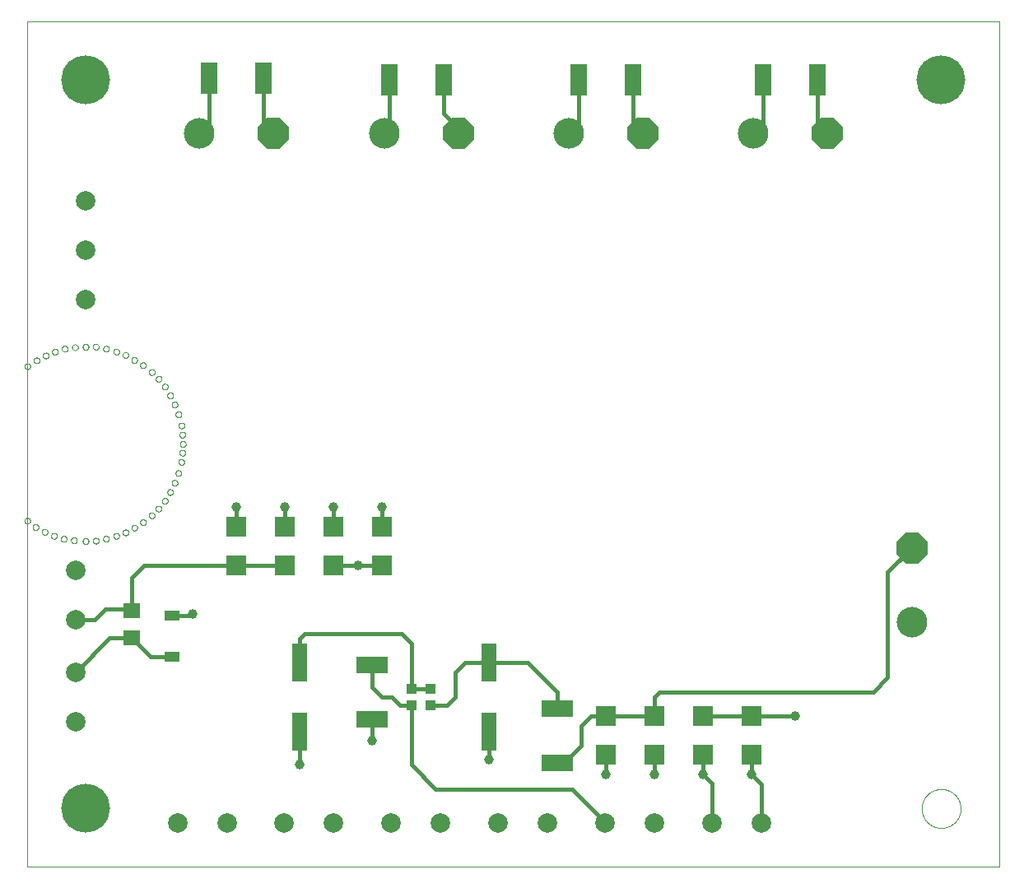
<source format=gtl>
G75*
%MOIN*%
%OFA0B0*%
%FSLAX25Y25*%
%IPPOS*%
%LPD*%
%AMOC8*
5,1,8,0,0,1.08239X$1,22.5*
%
%ADD10C,0.00000*%
%ADD11OC8,0.12400*%
%ADD12C,0.12400*%
%ADD13R,0.07874X0.07874*%
%ADD14R,0.06299X0.03937*%
%ADD15R,0.07087X0.12598*%
%ADD16R,0.07098X0.06299*%
%ADD17C,0.07874*%
%ADD18R,0.12598X0.07087*%
%ADD19R,0.06299X0.15748*%
%ADD20R,0.04331X0.03937*%
%ADD21C,0.01600*%
%ADD22C,0.03962*%
%ADD23C,0.19748*%
D10*
X0026140Y0001800D02*
X0026140Y0344320D01*
X0419841Y0344320D01*
X0419841Y0001800D01*
X0026140Y0001800D01*
X0043857Y0134083D02*
X0043859Y0134152D01*
X0043865Y0134220D01*
X0043875Y0134288D01*
X0043889Y0134355D01*
X0043907Y0134422D01*
X0043928Y0134487D01*
X0043954Y0134551D01*
X0043983Y0134613D01*
X0044015Y0134673D01*
X0044051Y0134732D01*
X0044091Y0134788D01*
X0044133Y0134842D01*
X0044179Y0134893D01*
X0044228Y0134942D01*
X0044279Y0134988D01*
X0044333Y0135030D01*
X0044389Y0135070D01*
X0044447Y0135106D01*
X0044508Y0135138D01*
X0044570Y0135167D01*
X0044634Y0135193D01*
X0044699Y0135214D01*
X0044766Y0135232D01*
X0044833Y0135246D01*
X0044901Y0135256D01*
X0044969Y0135262D01*
X0045038Y0135264D01*
X0045107Y0135262D01*
X0045175Y0135256D01*
X0045243Y0135246D01*
X0045310Y0135232D01*
X0045377Y0135214D01*
X0045442Y0135193D01*
X0045506Y0135167D01*
X0045568Y0135138D01*
X0045628Y0135106D01*
X0045687Y0135070D01*
X0045743Y0135030D01*
X0045797Y0134988D01*
X0045848Y0134942D01*
X0045897Y0134893D01*
X0045943Y0134842D01*
X0045985Y0134788D01*
X0046025Y0134732D01*
X0046061Y0134673D01*
X0046093Y0134613D01*
X0046122Y0134551D01*
X0046148Y0134487D01*
X0046169Y0134422D01*
X0046187Y0134355D01*
X0046201Y0134288D01*
X0046211Y0134220D01*
X0046217Y0134152D01*
X0046219Y0134083D01*
X0046217Y0134014D01*
X0046211Y0133946D01*
X0046201Y0133878D01*
X0046187Y0133811D01*
X0046169Y0133744D01*
X0046148Y0133679D01*
X0046122Y0133615D01*
X0046093Y0133553D01*
X0046061Y0133492D01*
X0046025Y0133434D01*
X0045985Y0133378D01*
X0045943Y0133324D01*
X0045897Y0133273D01*
X0045848Y0133224D01*
X0045797Y0133178D01*
X0045743Y0133136D01*
X0045687Y0133096D01*
X0045629Y0133060D01*
X0045568Y0133028D01*
X0045506Y0132999D01*
X0045442Y0132973D01*
X0045377Y0132952D01*
X0045310Y0132934D01*
X0045243Y0132920D01*
X0045175Y0132910D01*
X0045107Y0132904D01*
X0045038Y0132902D01*
X0044969Y0132904D01*
X0044901Y0132910D01*
X0044833Y0132920D01*
X0044766Y0132934D01*
X0044699Y0132952D01*
X0044634Y0132973D01*
X0044570Y0132999D01*
X0044508Y0133028D01*
X0044447Y0133060D01*
X0044389Y0133096D01*
X0044333Y0133136D01*
X0044279Y0133178D01*
X0044228Y0133224D01*
X0044179Y0133273D01*
X0044133Y0133324D01*
X0044091Y0133378D01*
X0044051Y0133434D01*
X0044015Y0133492D01*
X0043983Y0133553D01*
X0043954Y0133615D01*
X0043928Y0133679D01*
X0043907Y0133744D01*
X0043889Y0133811D01*
X0043875Y0133878D01*
X0043865Y0133946D01*
X0043859Y0134014D01*
X0043857Y0134083D01*
X0039723Y0134674D02*
X0039725Y0134743D01*
X0039731Y0134811D01*
X0039741Y0134879D01*
X0039755Y0134946D01*
X0039773Y0135013D01*
X0039794Y0135078D01*
X0039820Y0135142D01*
X0039849Y0135204D01*
X0039881Y0135264D01*
X0039917Y0135323D01*
X0039957Y0135379D01*
X0039999Y0135433D01*
X0040045Y0135484D01*
X0040094Y0135533D01*
X0040145Y0135579D01*
X0040199Y0135621D01*
X0040255Y0135661D01*
X0040313Y0135697D01*
X0040374Y0135729D01*
X0040436Y0135758D01*
X0040500Y0135784D01*
X0040565Y0135805D01*
X0040632Y0135823D01*
X0040699Y0135837D01*
X0040767Y0135847D01*
X0040835Y0135853D01*
X0040904Y0135855D01*
X0040973Y0135853D01*
X0041041Y0135847D01*
X0041109Y0135837D01*
X0041176Y0135823D01*
X0041243Y0135805D01*
X0041308Y0135784D01*
X0041372Y0135758D01*
X0041434Y0135729D01*
X0041494Y0135697D01*
X0041553Y0135661D01*
X0041609Y0135621D01*
X0041663Y0135579D01*
X0041714Y0135533D01*
X0041763Y0135484D01*
X0041809Y0135433D01*
X0041851Y0135379D01*
X0041891Y0135323D01*
X0041927Y0135264D01*
X0041959Y0135204D01*
X0041988Y0135142D01*
X0042014Y0135078D01*
X0042035Y0135013D01*
X0042053Y0134946D01*
X0042067Y0134879D01*
X0042077Y0134811D01*
X0042083Y0134743D01*
X0042085Y0134674D01*
X0042083Y0134605D01*
X0042077Y0134537D01*
X0042067Y0134469D01*
X0042053Y0134402D01*
X0042035Y0134335D01*
X0042014Y0134270D01*
X0041988Y0134206D01*
X0041959Y0134144D01*
X0041927Y0134083D01*
X0041891Y0134025D01*
X0041851Y0133969D01*
X0041809Y0133915D01*
X0041763Y0133864D01*
X0041714Y0133815D01*
X0041663Y0133769D01*
X0041609Y0133727D01*
X0041553Y0133687D01*
X0041495Y0133651D01*
X0041434Y0133619D01*
X0041372Y0133590D01*
X0041308Y0133564D01*
X0041243Y0133543D01*
X0041176Y0133525D01*
X0041109Y0133511D01*
X0041041Y0133501D01*
X0040973Y0133495D01*
X0040904Y0133493D01*
X0040835Y0133495D01*
X0040767Y0133501D01*
X0040699Y0133511D01*
X0040632Y0133525D01*
X0040565Y0133543D01*
X0040500Y0133564D01*
X0040436Y0133590D01*
X0040374Y0133619D01*
X0040313Y0133651D01*
X0040255Y0133687D01*
X0040199Y0133727D01*
X0040145Y0133769D01*
X0040094Y0133815D01*
X0040045Y0133864D01*
X0039999Y0133915D01*
X0039957Y0133969D01*
X0039917Y0134025D01*
X0039881Y0134083D01*
X0039849Y0134144D01*
X0039820Y0134206D01*
X0039794Y0134270D01*
X0039773Y0134335D01*
X0039755Y0134402D01*
X0039741Y0134469D01*
X0039731Y0134537D01*
X0039725Y0134605D01*
X0039723Y0134674D01*
X0035786Y0135855D02*
X0035788Y0135924D01*
X0035794Y0135992D01*
X0035804Y0136060D01*
X0035818Y0136127D01*
X0035836Y0136194D01*
X0035857Y0136259D01*
X0035883Y0136323D01*
X0035912Y0136385D01*
X0035944Y0136445D01*
X0035980Y0136504D01*
X0036020Y0136560D01*
X0036062Y0136614D01*
X0036108Y0136665D01*
X0036157Y0136714D01*
X0036208Y0136760D01*
X0036262Y0136802D01*
X0036318Y0136842D01*
X0036376Y0136878D01*
X0036437Y0136910D01*
X0036499Y0136939D01*
X0036563Y0136965D01*
X0036628Y0136986D01*
X0036695Y0137004D01*
X0036762Y0137018D01*
X0036830Y0137028D01*
X0036898Y0137034D01*
X0036967Y0137036D01*
X0037036Y0137034D01*
X0037104Y0137028D01*
X0037172Y0137018D01*
X0037239Y0137004D01*
X0037306Y0136986D01*
X0037371Y0136965D01*
X0037435Y0136939D01*
X0037497Y0136910D01*
X0037557Y0136878D01*
X0037616Y0136842D01*
X0037672Y0136802D01*
X0037726Y0136760D01*
X0037777Y0136714D01*
X0037826Y0136665D01*
X0037872Y0136614D01*
X0037914Y0136560D01*
X0037954Y0136504D01*
X0037990Y0136445D01*
X0038022Y0136385D01*
X0038051Y0136323D01*
X0038077Y0136259D01*
X0038098Y0136194D01*
X0038116Y0136127D01*
X0038130Y0136060D01*
X0038140Y0135992D01*
X0038146Y0135924D01*
X0038148Y0135855D01*
X0038146Y0135786D01*
X0038140Y0135718D01*
X0038130Y0135650D01*
X0038116Y0135583D01*
X0038098Y0135516D01*
X0038077Y0135451D01*
X0038051Y0135387D01*
X0038022Y0135325D01*
X0037990Y0135264D01*
X0037954Y0135206D01*
X0037914Y0135150D01*
X0037872Y0135096D01*
X0037826Y0135045D01*
X0037777Y0134996D01*
X0037726Y0134950D01*
X0037672Y0134908D01*
X0037616Y0134868D01*
X0037558Y0134832D01*
X0037497Y0134800D01*
X0037435Y0134771D01*
X0037371Y0134745D01*
X0037306Y0134724D01*
X0037239Y0134706D01*
X0037172Y0134692D01*
X0037104Y0134682D01*
X0037036Y0134676D01*
X0036967Y0134674D01*
X0036898Y0134676D01*
X0036830Y0134682D01*
X0036762Y0134692D01*
X0036695Y0134706D01*
X0036628Y0134724D01*
X0036563Y0134745D01*
X0036499Y0134771D01*
X0036437Y0134800D01*
X0036376Y0134832D01*
X0036318Y0134868D01*
X0036262Y0134908D01*
X0036208Y0134950D01*
X0036157Y0134996D01*
X0036108Y0135045D01*
X0036062Y0135096D01*
X0036020Y0135150D01*
X0035980Y0135206D01*
X0035944Y0135264D01*
X0035912Y0135325D01*
X0035883Y0135387D01*
X0035857Y0135451D01*
X0035836Y0135516D01*
X0035818Y0135583D01*
X0035804Y0135650D01*
X0035794Y0135718D01*
X0035788Y0135786D01*
X0035786Y0135855D01*
X0032046Y0137430D02*
X0032048Y0137499D01*
X0032054Y0137567D01*
X0032064Y0137635D01*
X0032078Y0137702D01*
X0032096Y0137769D01*
X0032117Y0137834D01*
X0032143Y0137898D01*
X0032172Y0137960D01*
X0032204Y0138020D01*
X0032240Y0138079D01*
X0032280Y0138135D01*
X0032322Y0138189D01*
X0032368Y0138240D01*
X0032417Y0138289D01*
X0032468Y0138335D01*
X0032522Y0138377D01*
X0032578Y0138417D01*
X0032636Y0138453D01*
X0032697Y0138485D01*
X0032759Y0138514D01*
X0032823Y0138540D01*
X0032888Y0138561D01*
X0032955Y0138579D01*
X0033022Y0138593D01*
X0033090Y0138603D01*
X0033158Y0138609D01*
X0033227Y0138611D01*
X0033296Y0138609D01*
X0033364Y0138603D01*
X0033432Y0138593D01*
X0033499Y0138579D01*
X0033566Y0138561D01*
X0033631Y0138540D01*
X0033695Y0138514D01*
X0033757Y0138485D01*
X0033817Y0138453D01*
X0033876Y0138417D01*
X0033932Y0138377D01*
X0033986Y0138335D01*
X0034037Y0138289D01*
X0034086Y0138240D01*
X0034132Y0138189D01*
X0034174Y0138135D01*
X0034214Y0138079D01*
X0034250Y0138020D01*
X0034282Y0137960D01*
X0034311Y0137898D01*
X0034337Y0137834D01*
X0034358Y0137769D01*
X0034376Y0137702D01*
X0034390Y0137635D01*
X0034400Y0137567D01*
X0034406Y0137499D01*
X0034408Y0137430D01*
X0034406Y0137361D01*
X0034400Y0137293D01*
X0034390Y0137225D01*
X0034376Y0137158D01*
X0034358Y0137091D01*
X0034337Y0137026D01*
X0034311Y0136962D01*
X0034282Y0136900D01*
X0034250Y0136839D01*
X0034214Y0136781D01*
X0034174Y0136725D01*
X0034132Y0136671D01*
X0034086Y0136620D01*
X0034037Y0136571D01*
X0033986Y0136525D01*
X0033932Y0136483D01*
X0033876Y0136443D01*
X0033818Y0136407D01*
X0033757Y0136375D01*
X0033695Y0136346D01*
X0033631Y0136320D01*
X0033566Y0136299D01*
X0033499Y0136281D01*
X0033432Y0136267D01*
X0033364Y0136257D01*
X0033296Y0136251D01*
X0033227Y0136249D01*
X0033158Y0136251D01*
X0033090Y0136257D01*
X0033022Y0136267D01*
X0032955Y0136281D01*
X0032888Y0136299D01*
X0032823Y0136320D01*
X0032759Y0136346D01*
X0032697Y0136375D01*
X0032636Y0136407D01*
X0032578Y0136443D01*
X0032522Y0136483D01*
X0032468Y0136525D01*
X0032417Y0136571D01*
X0032368Y0136620D01*
X0032322Y0136671D01*
X0032280Y0136725D01*
X0032240Y0136781D01*
X0032204Y0136839D01*
X0032172Y0136900D01*
X0032143Y0136962D01*
X0032117Y0137026D01*
X0032096Y0137091D01*
X0032078Y0137158D01*
X0032064Y0137225D01*
X0032054Y0137293D01*
X0032048Y0137361D01*
X0032046Y0137430D01*
X0028306Y0139398D02*
X0028308Y0139467D01*
X0028314Y0139535D01*
X0028324Y0139603D01*
X0028338Y0139670D01*
X0028356Y0139737D01*
X0028377Y0139802D01*
X0028403Y0139866D01*
X0028432Y0139928D01*
X0028464Y0139988D01*
X0028500Y0140047D01*
X0028540Y0140103D01*
X0028582Y0140157D01*
X0028628Y0140208D01*
X0028677Y0140257D01*
X0028728Y0140303D01*
X0028782Y0140345D01*
X0028838Y0140385D01*
X0028896Y0140421D01*
X0028957Y0140453D01*
X0029019Y0140482D01*
X0029083Y0140508D01*
X0029148Y0140529D01*
X0029215Y0140547D01*
X0029282Y0140561D01*
X0029350Y0140571D01*
X0029418Y0140577D01*
X0029487Y0140579D01*
X0029556Y0140577D01*
X0029624Y0140571D01*
X0029692Y0140561D01*
X0029759Y0140547D01*
X0029826Y0140529D01*
X0029891Y0140508D01*
X0029955Y0140482D01*
X0030017Y0140453D01*
X0030077Y0140421D01*
X0030136Y0140385D01*
X0030192Y0140345D01*
X0030246Y0140303D01*
X0030297Y0140257D01*
X0030346Y0140208D01*
X0030392Y0140157D01*
X0030434Y0140103D01*
X0030474Y0140047D01*
X0030510Y0139988D01*
X0030542Y0139928D01*
X0030571Y0139866D01*
X0030597Y0139802D01*
X0030618Y0139737D01*
X0030636Y0139670D01*
X0030650Y0139603D01*
X0030660Y0139535D01*
X0030666Y0139467D01*
X0030668Y0139398D01*
X0030666Y0139329D01*
X0030660Y0139261D01*
X0030650Y0139193D01*
X0030636Y0139126D01*
X0030618Y0139059D01*
X0030597Y0138994D01*
X0030571Y0138930D01*
X0030542Y0138868D01*
X0030510Y0138807D01*
X0030474Y0138749D01*
X0030434Y0138693D01*
X0030392Y0138639D01*
X0030346Y0138588D01*
X0030297Y0138539D01*
X0030246Y0138493D01*
X0030192Y0138451D01*
X0030136Y0138411D01*
X0030078Y0138375D01*
X0030017Y0138343D01*
X0029955Y0138314D01*
X0029891Y0138288D01*
X0029826Y0138267D01*
X0029759Y0138249D01*
X0029692Y0138235D01*
X0029624Y0138225D01*
X0029556Y0138219D01*
X0029487Y0138217D01*
X0029418Y0138219D01*
X0029350Y0138225D01*
X0029282Y0138235D01*
X0029215Y0138249D01*
X0029148Y0138267D01*
X0029083Y0138288D01*
X0029019Y0138314D01*
X0028957Y0138343D01*
X0028896Y0138375D01*
X0028838Y0138411D01*
X0028782Y0138451D01*
X0028728Y0138493D01*
X0028677Y0138539D01*
X0028628Y0138588D01*
X0028582Y0138639D01*
X0028540Y0138693D01*
X0028500Y0138749D01*
X0028464Y0138807D01*
X0028432Y0138868D01*
X0028403Y0138930D01*
X0028377Y0138994D01*
X0028356Y0139059D01*
X0028338Y0139126D01*
X0028324Y0139193D01*
X0028314Y0139261D01*
X0028308Y0139329D01*
X0028306Y0139398D01*
X0024959Y0141957D02*
X0024961Y0142026D01*
X0024967Y0142094D01*
X0024977Y0142162D01*
X0024991Y0142229D01*
X0025009Y0142296D01*
X0025030Y0142361D01*
X0025056Y0142425D01*
X0025085Y0142487D01*
X0025117Y0142547D01*
X0025153Y0142606D01*
X0025193Y0142662D01*
X0025235Y0142716D01*
X0025281Y0142767D01*
X0025330Y0142816D01*
X0025381Y0142862D01*
X0025435Y0142904D01*
X0025491Y0142944D01*
X0025549Y0142980D01*
X0025610Y0143012D01*
X0025672Y0143041D01*
X0025736Y0143067D01*
X0025801Y0143088D01*
X0025868Y0143106D01*
X0025935Y0143120D01*
X0026003Y0143130D01*
X0026071Y0143136D01*
X0026140Y0143138D01*
X0026209Y0143136D01*
X0026277Y0143130D01*
X0026345Y0143120D01*
X0026412Y0143106D01*
X0026479Y0143088D01*
X0026544Y0143067D01*
X0026608Y0143041D01*
X0026670Y0143012D01*
X0026730Y0142980D01*
X0026789Y0142944D01*
X0026845Y0142904D01*
X0026899Y0142862D01*
X0026950Y0142816D01*
X0026999Y0142767D01*
X0027045Y0142716D01*
X0027087Y0142662D01*
X0027127Y0142606D01*
X0027163Y0142547D01*
X0027195Y0142487D01*
X0027224Y0142425D01*
X0027250Y0142361D01*
X0027271Y0142296D01*
X0027289Y0142229D01*
X0027303Y0142162D01*
X0027313Y0142094D01*
X0027319Y0142026D01*
X0027321Y0141957D01*
X0027319Y0141888D01*
X0027313Y0141820D01*
X0027303Y0141752D01*
X0027289Y0141685D01*
X0027271Y0141618D01*
X0027250Y0141553D01*
X0027224Y0141489D01*
X0027195Y0141427D01*
X0027163Y0141366D01*
X0027127Y0141308D01*
X0027087Y0141252D01*
X0027045Y0141198D01*
X0026999Y0141147D01*
X0026950Y0141098D01*
X0026899Y0141052D01*
X0026845Y0141010D01*
X0026789Y0140970D01*
X0026731Y0140934D01*
X0026670Y0140902D01*
X0026608Y0140873D01*
X0026544Y0140847D01*
X0026479Y0140826D01*
X0026412Y0140808D01*
X0026345Y0140794D01*
X0026277Y0140784D01*
X0026209Y0140778D01*
X0026140Y0140776D01*
X0026071Y0140778D01*
X0026003Y0140784D01*
X0025935Y0140794D01*
X0025868Y0140808D01*
X0025801Y0140826D01*
X0025736Y0140847D01*
X0025672Y0140873D01*
X0025610Y0140902D01*
X0025549Y0140934D01*
X0025491Y0140970D01*
X0025435Y0141010D01*
X0025381Y0141052D01*
X0025330Y0141098D01*
X0025281Y0141147D01*
X0025235Y0141198D01*
X0025193Y0141252D01*
X0025153Y0141308D01*
X0025117Y0141366D01*
X0025085Y0141427D01*
X0025056Y0141489D01*
X0025030Y0141553D01*
X0025009Y0141618D01*
X0024991Y0141685D01*
X0024977Y0141752D01*
X0024967Y0141820D01*
X0024961Y0141888D01*
X0024959Y0141957D01*
X0048581Y0133690D02*
X0048583Y0133759D01*
X0048589Y0133827D01*
X0048599Y0133895D01*
X0048613Y0133962D01*
X0048631Y0134029D01*
X0048652Y0134094D01*
X0048678Y0134158D01*
X0048707Y0134220D01*
X0048739Y0134280D01*
X0048775Y0134339D01*
X0048815Y0134395D01*
X0048857Y0134449D01*
X0048903Y0134500D01*
X0048952Y0134549D01*
X0049003Y0134595D01*
X0049057Y0134637D01*
X0049113Y0134677D01*
X0049171Y0134713D01*
X0049232Y0134745D01*
X0049294Y0134774D01*
X0049358Y0134800D01*
X0049423Y0134821D01*
X0049490Y0134839D01*
X0049557Y0134853D01*
X0049625Y0134863D01*
X0049693Y0134869D01*
X0049762Y0134871D01*
X0049831Y0134869D01*
X0049899Y0134863D01*
X0049967Y0134853D01*
X0050034Y0134839D01*
X0050101Y0134821D01*
X0050166Y0134800D01*
X0050230Y0134774D01*
X0050292Y0134745D01*
X0050352Y0134713D01*
X0050411Y0134677D01*
X0050467Y0134637D01*
X0050521Y0134595D01*
X0050572Y0134549D01*
X0050621Y0134500D01*
X0050667Y0134449D01*
X0050709Y0134395D01*
X0050749Y0134339D01*
X0050785Y0134280D01*
X0050817Y0134220D01*
X0050846Y0134158D01*
X0050872Y0134094D01*
X0050893Y0134029D01*
X0050911Y0133962D01*
X0050925Y0133895D01*
X0050935Y0133827D01*
X0050941Y0133759D01*
X0050943Y0133690D01*
X0050941Y0133621D01*
X0050935Y0133553D01*
X0050925Y0133485D01*
X0050911Y0133418D01*
X0050893Y0133351D01*
X0050872Y0133286D01*
X0050846Y0133222D01*
X0050817Y0133160D01*
X0050785Y0133099D01*
X0050749Y0133041D01*
X0050709Y0132985D01*
X0050667Y0132931D01*
X0050621Y0132880D01*
X0050572Y0132831D01*
X0050521Y0132785D01*
X0050467Y0132743D01*
X0050411Y0132703D01*
X0050353Y0132667D01*
X0050292Y0132635D01*
X0050230Y0132606D01*
X0050166Y0132580D01*
X0050101Y0132559D01*
X0050034Y0132541D01*
X0049967Y0132527D01*
X0049899Y0132517D01*
X0049831Y0132511D01*
X0049762Y0132509D01*
X0049693Y0132511D01*
X0049625Y0132517D01*
X0049557Y0132527D01*
X0049490Y0132541D01*
X0049423Y0132559D01*
X0049358Y0132580D01*
X0049294Y0132606D01*
X0049232Y0132635D01*
X0049171Y0132667D01*
X0049113Y0132703D01*
X0049057Y0132743D01*
X0049003Y0132785D01*
X0048952Y0132831D01*
X0048903Y0132880D01*
X0048857Y0132931D01*
X0048815Y0132985D01*
X0048775Y0133041D01*
X0048739Y0133099D01*
X0048707Y0133160D01*
X0048678Y0133222D01*
X0048652Y0133286D01*
X0048631Y0133351D01*
X0048613Y0133418D01*
X0048599Y0133485D01*
X0048589Y0133553D01*
X0048583Y0133621D01*
X0048581Y0133690D01*
X0052715Y0133887D02*
X0052717Y0133956D01*
X0052723Y0134024D01*
X0052733Y0134092D01*
X0052747Y0134159D01*
X0052765Y0134226D01*
X0052786Y0134291D01*
X0052812Y0134355D01*
X0052841Y0134417D01*
X0052873Y0134477D01*
X0052909Y0134536D01*
X0052949Y0134592D01*
X0052991Y0134646D01*
X0053037Y0134697D01*
X0053086Y0134746D01*
X0053137Y0134792D01*
X0053191Y0134834D01*
X0053247Y0134874D01*
X0053305Y0134910D01*
X0053366Y0134942D01*
X0053428Y0134971D01*
X0053492Y0134997D01*
X0053557Y0135018D01*
X0053624Y0135036D01*
X0053691Y0135050D01*
X0053759Y0135060D01*
X0053827Y0135066D01*
X0053896Y0135068D01*
X0053965Y0135066D01*
X0054033Y0135060D01*
X0054101Y0135050D01*
X0054168Y0135036D01*
X0054235Y0135018D01*
X0054300Y0134997D01*
X0054364Y0134971D01*
X0054426Y0134942D01*
X0054486Y0134910D01*
X0054545Y0134874D01*
X0054601Y0134834D01*
X0054655Y0134792D01*
X0054706Y0134746D01*
X0054755Y0134697D01*
X0054801Y0134646D01*
X0054843Y0134592D01*
X0054883Y0134536D01*
X0054919Y0134477D01*
X0054951Y0134417D01*
X0054980Y0134355D01*
X0055006Y0134291D01*
X0055027Y0134226D01*
X0055045Y0134159D01*
X0055059Y0134092D01*
X0055069Y0134024D01*
X0055075Y0133956D01*
X0055077Y0133887D01*
X0055075Y0133818D01*
X0055069Y0133750D01*
X0055059Y0133682D01*
X0055045Y0133615D01*
X0055027Y0133548D01*
X0055006Y0133483D01*
X0054980Y0133419D01*
X0054951Y0133357D01*
X0054919Y0133296D01*
X0054883Y0133238D01*
X0054843Y0133182D01*
X0054801Y0133128D01*
X0054755Y0133077D01*
X0054706Y0133028D01*
X0054655Y0132982D01*
X0054601Y0132940D01*
X0054545Y0132900D01*
X0054487Y0132864D01*
X0054426Y0132832D01*
X0054364Y0132803D01*
X0054300Y0132777D01*
X0054235Y0132756D01*
X0054168Y0132738D01*
X0054101Y0132724D01*
X0054033Y0132714D01*
X0053965Y0132708D01*
X0053896Y0132706D01*
X0053827Y0132708D01*
X0053759Y0132714D01*
X0053691Y0132724D01*
X0053624Y0132738D01*
X0053557Y0132756D01*
X0053492Y0132777D01*
X0053428Y0132803D01*
X0053366Y0132832D01*
X0053305Y0132864D01*
X0053247Y0132900D01*
X0053191Y0132940D01*
X0053137Y0132982D01*
X0053086Y0133028D01*
X0053037Y0133077D01*
X0052991Y0133128D01*
X0052949Y0133182D01*
X0052909Y0133238D01*
X0052873Y0133296D01*
X0052841Y0133357D01*
X0052812Y0133419D01*
X0052786Y0133483D01*
X0052765Y0133548D01*
X0052747Y0133615D01*
X0052733Y0133682D01*
X0052723Y0133750D01*
X0052717Y0133818D01*
X0052715Y0133887D01*
X0056849Y0134674D02*
X0056851Y0134743D01*
X0056857Y0134811D01*
X0056867Y0134879D01*
X0056881Y0134946D01*
X0056899Y0135013D01*
X0056920Y0135078D01*
X0056946Y0135142D01*
X0056975Y0135204D01*
X0057007Y0135264D01*
X0057043Y0135323D01*
X0057083Y0135379D01*
X0057125Y0135433D01*
X0057171Y0135484D01*
X0057220Y0135533D01*
X0057271Y0135579D01*
X0057325Y0135621D01*
X0057381Y0135661D01*
X0057439Y0135697D01*
X0057500Y0135729D01*
X0057562Y0135758D01*
X0057626Y0135784D01*
X0057691Y0135805D01*
X0057758Y0135823D01*
X0057825Y0135837D01*
X0057893Y0135847D01*
X0057961Y0135853D01*
X0058030Y0135855D01*
X0058099Y0135853D01*
X0058167Y0135847D01*
X0058235Y0135837D01*
X0058302Y0135823D01*
X0058369Y0135805D01*
X0058434Y0135784D01*
X0058498Y0135758D01*
X0058560Y0135729D01*
X0058620Y0135697D01*
X0058679Y0135661D01*
X0058735Y0135621D01*
X0058789Y0135579D01*
X0058840Y0135533D01*
X0058889Y0135484D01*
X0058935Y0135433D01*
X0058977Y0135379D01*
X0059017Y0135323D01*
X0059053Y0135264D01*
X0059085Y0135204D01*
X0059114Y0135142D01*
X0059140Y0135078D01*
X0059161Y0135013D01*
X0059179Y0134946D01*
X0059193Y0134879D01*
X0059203Y0134811D01*
X0059209Y0134743D01*
X0059211Y0134674D01*
X0059209Y0134605D01*
X0059203Y0134537D01*
X0059193Y0134469D01*
X0059179Y0134402D01*
X0059161Y0134335D01*
X0059140Y0134270D01*
X0059114Y0134206D01*
X0059085Y0134144D01*
X0059053Y0134083D01*
X0059017Y0134025D01*
X0058977Y0133969D01*
X0058935Y0133915D01*
X0058889Y0133864D01*
X0058840Y0133815D01*
X0058789Y0133769D01*
X0058735Y0133727D01*
X0058679Y0133687D01*
X0058621Y0133651D01*
X0058560Y0133619D01*
X0058498Y0133590D01*
X0058434Y0133564D01*
X0058369Y0133543D01*
X0058302Y0133525D01*
X0058235Y0133511D01*
X0058167Y0133501D01*
X0058099Y0133495D01*
X0058030Y0133493D01*
X0057961Y0133495D01*
X0057893Y0133501D01*
X0057825Y0133511D01*
X0057758Y0133525D01*
X0057691Y0133543D01*
X0057626Y0133564D01*
X0057562Y0133590D01*
X0057500Y0133619D01*
X0057439Y0133651D01*
X0057381Y0133687D01*
X0057325Y0133727D01*
X0057271Y0133769D01*
X0057220Y0133815D01*
X0057171Y0133864D01*
X0057125Y0133915D01*
X0057083Y0133969D01*
X0057043Y0134025D01*
X0057007Y0134083D01*
X0056975Y0134144D01*
X0056946Y0134206D01*
X0056920Y0134270D01*
X0056899Y0134335D01*
X0056881Y0134402D01*
X0056867Y0134469D01*
X0056857Y0134537D01*
X0056851Y0134605D01*
X0056849Y0134674D01*
X0060983Y0135855D02*
X0060985Y0135924D01*
X0060991Y0135992D01*
X0061001Y0136060D01*
X0061015Y0136127D01*
X0061033Y0136194D01*
X0061054Y0136259D01*
X0061080Y0136323D01*
X0061109Y0136385D01*
X0061141Y0136445D01*
X0061177Y0136504D01*
X0061217Y0136560D01*
X0061259Y0136614D01*
X0061305Y0136665D01*
X0061354Y0136714D01*
X0061405Y0136760D01*
X0061459Y0136802D01*
X0061515Y0136842D01*
X0061573Y0136878D01*
X0061634Y0136910D01*
X0061696Y0136939D01*
X0061760Y0136965D01*
X0061825Y0136986D01*
X0061892Y0137004D01*
X0061959Y0137018D01*
X0062027Y0137028D01*
X0062095Y0137034D01*
X0062164Y0137036D01*
X0062233Y0137034D01*
X0062301Y0137028D01*
X0062369Y0137018D01*
X0062436Y0137004D01*
X0062503Y0136986D01*
X0062568Y0136965D01*
X0062632Y0136939D01*
X0062694Y0136910D01*
X0062754Y0136878D01*
X0062813Y0136842D01*
X0062869Y0136802D01*
X0062923Y0136760D01*
X0062974Y0136714D01*
X0063023Y0136665D01*
X0063069Y0136614D01*
X0063111Y0136560D01*
X0063151Y0136504D01*
X0063187Y0136445D01*
X0063219Y0136385D01*
X0063248Y0136323D01*
X0063274Y0136259D01*
X0063295Y0136194D01*
X0063313Y0136127D01*
X0063327Y0136060D01*
X0063337Y0135992D01*
X0063343Y0135924D01*
X0063345Y0135855D01*
X0063343Y0135786D01*
X0063337Y0135718D01*
X0063327Y0135650D01*
X0063313Y0135583D01*
X0063295Y0135516D01*
X0063274Y0135451D01*
X0063248Y0135387D01*
X0063219Y0135325D01*
X0063187Y0135264D01*
X0063151Y0135206D01*
X0063111Y0135150D01*
X0063069Y0135096D01*
X0063023Y0135045D01*
X0062974Y0134996D01*
X0062923Y0134950D01*
X0062869Y0134908D01*
X0062813Y0134868D01*
X0062755Y0134832D01*
X0062694Y0134800D01*
X0062632Y0134771D01*
X0062568Y0134745D01*
X0062503Y0134724D01*
X0062436Y0134706D01*
X0062369Y0134692D01*
X0062301Y0134682D01*
X0062233Y0134676D01*
X0062164Y0134674D01*
X0062095Y0134676D01*
X0062027Y0134682D01*
X0061959Y0134692D01*
X0061892Y0134706D01*
X0061825Y0134724D01*
X0061760Y0134745D01*
X0061696Y0134771D01*
X0061634Y0134800D01*
X0061573Y0134832D01*
X0061515Y0134868D01*
X0061459Y0134908D01*
X0061405Y0134950D01*
X0061354Y0134996D01*
X0061305Y0135045D01*
X0061259Y0135096D01*
X0061217Y0135150D01*
X0061177Y0135206D01*
X0061141Y0135264D01*
X0061109Y0135325D01*
X0061080Y0135387D01*
X0061054Y0135451D01*
X0061033Y0135516D01*
X0061015Y0135583D01*
X0061001Y0135650D01*
X0060991Y0135718D01*
X0060985Y0135786D01*
X0060983Y0135855D01*
X0064723Y0137233D02*
X0064725Y0137302D01*
X0064731Y0137370D01*
X0064741Y0137438D01*
X0064755Y0137505D01*
X0064773Y0137572D01*
X0064794Y0137637D01*
X0064820Y0137701D01*
X0064849Y0137763D01*
X0064881Y0137823D01*
X0064917Y0137882D01*
X0064957Y0137938D01*
X0064999Y0137992D01*
X0065045Y0138043D01*
X0065094Y0138092D01*
X0065145Y0138138D01*
X0065199Y0138180D01*
X0065255Y0138220D01*
X0065313Y0138256D01*
X0065374Y0138288D01*
X0065436Y0138317D01*
X0065500Y0138343D01*
X0065565Y0138364D01*
X0065632Y0138382D01*
X0065699Y0138396D01*
X0065767Y0138406D01*
X0065835Y0138412D01*
X0065904Y0138414D01*
X0065973Y0138412D01*
X0066041Y0138406D01*
X0066109Y0138396D01*
X0066176Y0138382D01*
X0066243Y0138364D01*
X0066308Y0138343D01*
X0066372Y0138317D01*
X0066434Y0138288D01*
X0066494Y0138256D01*
X0066553Y0138220D01*
X0066609Y0138180D01*
X0066663Y0138138D01*
X0066714Y0138092D01*
X0066763Y0138043D01*
X0066809Y0137992D01*
X0066851Y0137938D01*
X0066891Y0137882D01*
X0066927Y0137823D01*
X0066959Y0137763D01*
X0066988Y0137701D01*
X0067014Y0137637D01*
X0067035Y0137572D01*
X0067053Y0137505D01*
X0067067Y0137438D01*
X0067077Y0137370D01*
X0067083Y0137302D01*
X0067085Y0137233D01*
X0067083Y0137164D01*
X0067077Y0137096D01*
X0067067Y0137028D01*
X0067053Y0136961D01*
X0067035Y0136894D01*
X0067014Y0136829D01*
X0066988Y0136765D01*
X0066959Y0136703D01*
X0066927Y0136642D01*
X0066891Y0136584D01*
X0066851Y0136528D01*
X0066809Y0136474D01*
X0066763Y0136423D01*
X0066714Y0136374D01*
X0066663Y0136328D01*
X0066609Y0136286D01*
X0066553Y0136246D01*
X0066495Y0136210D01*
X0066434Y0136178D01*
X0066372Y0136149D01*
X0066308Y0136123D01*
X0066243Y0136102D01*
X0066176Y0136084D01*
X0066109Y0136070D01*
X0066041Y0136060D01*
X0065973Y0136054D01*
X0065904Y0136052D01*
X0065835Y0136054D01*
X0065767Y0136060D01*
X0065699Y0136070D01*
X0065632Y0136084D01*
X0065565Y0136102D01*
X0065500Y0136123D01*
X0065436Y0136149D01*
X0065374Y0136178D01*
X0065313Y0136210D01*
X0065255Y0136246D01*
X0065199Y0136286D01*
X0065145Y0136328D01*
X0065094Y0136374D01*
X0065045Y0136423D01*
X0064999Y0136474D01*
X0064957Y0136528D01*
X0064917Y0136584D01*
X0064881Y0136642D01*
X0064849Y0136703D01*
X0064820Y0136765D01*
X0064794Y0136829D01*
X0064773Y0136894D01*
X0064755Y0136961D01*
X0064741Y0137028D01*
X0064731Y0137096D01*
X0064725Y0137164D01*
X0064723Y0137233D01*
X0068266Y0139202D02*
X0068268Y0139271D01*
X0068274Y0139339D01*
X0068284Y0139407D01*
X0068298Y0139474D01*
X0068316Y0139541D01*
X0068337Y0139606D01*
X0068363Y0139670D01*
X0068392Y0139732D01*
X0068424Y0139792D01*
X0068460Y0139851D01*
X0068500Y0139907D01*
X0068542Y0139961D01*
X0068588Y0140012D01*
X0068637Y0140061D01*
X0068688Y0140107D01*
X0068742Y0140149D01*
X0068798Y0140189D01*
X0068856Y0140225D01*
X0068917Y0140257D01*
X0068979Y0140286D01*
X0069043Y0140312D01*
X0069108Y0140333D01*
X0069175Y0140351D01*
X0069242Y0140365D01*
X0069310Y0140375D01*
X0069378Y0140381D01*
X0069447Y0140383D01*
X0069516Y0140381D01*
X0069584Y0140375D01*
X0069652Y0140365D01*
X0069719Y0140351D01*
X0069786Y0140333D01*
X0069851Y0140312D01*
X0069915Y0140286D01*
X0069977Y0140257D01*
X0070037Y0140225D01*
X0070096Y0140189D01*
X0070152Y0140149D01*
X0070206Y0140107D01*
X0070257Y0140061D01*
X0070306Y0140012D01*
X0070352Y0139961D01*
X0070394Y0139907D01*
X0070434Y0139851D01*
X0070470Y0139792D01*
X0070502Y0139732D01*
X0070531Y0139670D01*
X0070557Y0139606D01*
X0070578Y0139541D01*
X0070596Y0139474D01*
X0070610Y0139407D01*
X0070620Y0139339D01*
X0070626Y0139271D01*
X0070628Y0139202D01*
X0070626Y0139133D01*
X0070620Y0139065D01*
X0070610Y0138997D01*
X0070596Y0138930D01*
X0070578Y0138863D01*
X0070557Y0138798D01*
X0070531Y0138734D01*
X0070502Y0138672D01*
X0070470Y0138611D01*
X0070434Y0138553D01*
X0070394Y0138497D01*
X0070352Y0138443D01*
X0070306Y0138392D01*
X0070257Y0138343D01*
X0070206Y0138297D01*
X0070152Y0138255D01*
X0070096Y0138215D01*
X0070038Y0138179D01*
X0069977Y0138147D01*
X0069915Y0138118D01*
X0069851Y0138092D01*
X0069786Y0138071D01*
X0069719Y0138053D01*
X0069652Y0138039D01*
X0069584Y0138029D01*
X0069516Y0138023D01*
X0069447Y0138021D01*
X0069378Y0138023D01*
X0069310Y0138029D01*
X0069242Y0138039D01*
X0069175Y0138053D01*
X0069108Y0138071D01*
X0069043Y0138092D01*
X0068979Y0138118D01*
X0068917Y0138147D01*
X0068856Y0138179D01*
X0068798Y0138215D01*
X0068742Y0138255D01*
X0068688Y0138297D01*
X0068637Y0138343D01*
X0068588Y0138392D01*
X0068542Y0138443D01*
X0068500Y0138497D01*
X0068460Y0138553D01*
X0068424Y0138611D01*
X0068392Y0138672D01*
X0068363Y0138734D01*
X0068337Y0138798D01*
X0068316Y0138863D01*
X0068298Y0138930D01*
X0068284Y0138997D01*
X0068274Y0139065D01*
X0068268Y0139133D01*
X0068266Y0139202D01*
X0071810Y0141367D02*
X0071812Y0141436D01*
X0071818Y0141504D01*
X0071828Y0141572D01*
X0071842Y0141639D01*
X0071860Y0141706D01*
X0071881Y0141771D01*
X0071907Y0141835D01*
X0071936Y0141897D01*
X0071968Y0141957D01*
X0072004Y0142016D01*
X0072044Y0142072D01*
X0072086Y0142126D01*
X0072132Y0142177D01*
X0072181Y0142226D01*
X0072232Y0142272D01*
X0072286Y0142314D01*
X0072342Y0142354D01*
X0072400Y0142390D01*
X0072461Y0142422D01*
X0072523Y0142451D01*
X0072587Y0142477D01*
X0072652Y0142498D01*
X0072719Y0142516D01*
X0072786Y0142530D01*
X0072854Y0142540D01*
X0072922Y0142546D01*
X0072991Y0142548D01*
X0073060Y0142546D01*
X0073128Y0142540D01*
X0073196Y0142530D01*
X0073263Y0142516D01*
X0073330Y0142498D01*
X0073395Y0142477D01*
X0073459Y0142451D01*
X0073521Y0142422D01*
X0073581Y0142390D01*
X0073640Y0142354D01*
X0073696Y0142314D01*
X0073750Y0142272D01*
X0073801Y0142226D01*
X0073850Y0142177D01*
X0073896Y0142126D01*
X0073938Y0142072D01*
X0073978Y0142016D01*
X0074014Y0141957D01*
X0074046Y0141897D01*
X0074075Y0141835D01*
X0074101Y0141771D01*
X0074122Y0141706D01*
X0074140Y0141639D01*
X0074154Y0141572D01*
X0074164Y0141504D01*
X0074170Y0141436D01*
X0074172Y0141367D01*
X0074170Y0141298D01*
X0074164Y0141230D01*
X0074154Y0141162D01*
X0074140Y0141095D01*
X0074122Y0141028D01*
X0074101Y0140963D01*
X0074075Y0140899D01*
X0074046Y0140837D01*
X0074014Y0140776D01*
X0073978Y0140718D01*
X0073938Y0140662D01*
X0073896Y0140608D01*
X0073850Y0140557D01*
X0073801Y0140508D01*
X0073750Y0140462D01*
X0073696Y0140420D01*
X0073640Y0140380D01*
X0073582Y0140344D01*
X0073521Y0140312D01*
X0073459Y0140283D01*
X0073395Y0140257D01*
X0073330Y0140236D01*
X0073263Y0140218D01*
X0073196Y0140204D01*
X0073128Y0140194D01*
X0073060Y0140188D01*
X0072991Y0140186D01*
X0072922Y0140188D01*
X0072854Y0140194D01*
X0072786Y0140204D01*
X0072719Y0140218D01*
X0072652Y0140236D01*
X0072587Y0140257D01*
X0072523Y0140283D01*
X0072461Y0140312D01*
X0072400Y0140344D01*
X0072342Y0140380D01*
X0072286Y0140420D01*
X0072232Y0140462D01*
X0072181Y0140508D01*
X0072132Y0140557D01*
X0072086Y0140608D01*
X0072044Y0140662D01*
X0072004Y0140718D01*
X0071968Y0140776D01*
X0071936Y0140837D01*
X0071907Y0140899D01*
X0071881Y0140963D01*
X0071860Y0141028D01*
X0071842Y0141095D01*
X0071828Y0141162D01*
X0071818Y0141230D01*
X0071812Y0141298D01*
X0071810Y0141367D01*
X0075353Y0144123D02*
X0075355Y0144192D01*
X0075361Y0144260D01*
X0075371Y0144328D01*
X0075385Y0144395D01*
X0075403Y0144462D01*
X0075424Y0144527D01*
X0075450Y0144591D01*
X0075479Y0144653D01*
X0075511Y0144713D01*
X0075547Y0144772D01*
X0075587Y0144828D01*
X0075629Y0144882D01*
X0075675Y0144933D01*
X0075724Y0144982D01*
X0075775Y0145028D01*
X0075829Y0145070D01*
X0075885Y0145110D01*
X0075943Y0145146D01*
X0076004Y0145178D01*
X0076066Y0145207D01*
X0076130Y0145233D01*
X0076195Y0145254D01*
X0076262Y0145272D01*
X0076329Y0145286D01*
X0076397Y0145296D01*
X0076465Y0145302D01*
X0076534Y0145304D01*
X0076603Y0145302D01*
X0076671Y0145296D01*
X0076739Y0145286D01*
X0076806Y0145272D01*
X0076873Y0145254D01*
X0076938Y0145233D01*
X0077002Y0145207D01*
X0077064Y0145178D01*
X0077124Y0145146D01*
X0077183Y0145110D01*
X0077239Y0145070D01*
X0077293Y0145028D01*
X0077344Y0144982D01*
X0077393Y0144933D01*
X0077439Y0144882D01*
X0077481Y0144828D01*
X0077521Y0144772D01*
X0077557Y0144713D01*
X0077589Y0144653D01*
X0077618Y0144591D01*
X0077644Y0144527D01*
X0077665Y0144462D01*
X0077683Y0144395D01*
X0077697Y0144328D01*
X0077707Y0144260D01*
X0077713Y0144192D01*
X0077715Y0144123D01*
X0077713Y0144054D01*
X0077707Y0143986D01*
X0077697Y0143918D01*
X0077683Y0143851D01*
X0077665Y0143784D01*
X0077644Y0143719D01*
X0077618Y0143655D01*
X0077589Y0143593D01*
X0077557Y0143532D01*
X0077521Y0143474D01*
X0077481Y0143418D01*
X0077439Y0143364D01*
X0077393Y0143313D01*
X0077344Y0143264D01*
X0077293Y0143218D01*
X0077239Y0143176D01*
X0077183Y0143136D01*
X0077125Y0143100D01*
X0077064Y0143068D01*
X0077002Y0143039D01*
X0076938Y0143013D01*
X0076873Y0142992D01*
X0076806Y0142974D01*
X0076739Y0142960D01*
X0076671Y0142950D01*
X0076603Y0142944D01*
X0076534Y0142942D01*
X0076465Y0142944D01*
X0076397Y0142950D01*
X0076329Y0142960D01*
X0076262Y0142974D01*
X0076195Y0142992D01*
X0076130Y0143013D01*
X0076066Y0143039D01*
X0076004Y0143068D01*
X0075943Y0143100D01*
X0075885Y0143136D01*
X0075829Y0143176D01*
X0075775Y0143218D01*
X0075724Y0143264D01*
X0075675Y0143313D01*
X0075629Y0143364D01*
X0075587Y0143418D01*
X0075547Y0143474D01*
X0075511Y0143532D01*
X0075479Y0143593D01*
X0075450Y0143655D01*
X0075424Y0143719D01*
X0075403Y0143784D01*
X0075385Y0143851D01*
X0075371Y0143918D01*
X0075361Y0143986D01*
X0075355Y0144054D01*
X0075353Y0144123D01*
X0078109Y0146879D02*
X0078111Y0146948D01*
X0078117Y0147016D01*
X0078127Y0147084D01*
X0078141Y0147151D01*
X0078159Y0147218D01*
X0078180Y0147283D01*
X0078206Y0147347D01*
X0078235Y0147409D01*
X0078267Y0147469D01*
X0078303Y0147528D01*
X0078343Y0147584D01*
X0078385Y0147638D01*
X0078431Y0147689D01*
X0078480Y0147738D01*
X0078531Y0147784D01*
X0078585Y0147826D01*
X0078641Y0147866D01*
X0078699Y0147902D01*
X0078760Y0147934D01*
X0078822Y0147963D01*
X0078886Y0147989D01*
X0078951Y0148010D01*
X0079018Y0148028D01*
X0079085Y0148042D01*
X0079153Y0148052D01*
X0079221Y0148058D01*
X0079290Y0148060D01*
X0079359Y0148058D01*
X0079427Y0148052D01*
X0079495Y0148042D01*
X0079562Y0148028D01*
X0079629Y0148010D01*
X0079694Y0147989D01*
X0079758Y0147963D01*
X0079820Y0147934D01*
X0079880Y0147902D01*
X0079939Y0147866D01*
X0079995Y0147826D01*
X0080049Y0147784D01*
X0080100Y0147738D01*
X0080149Y0147689D01*
X0080195Y0147638D01*
X0080237Y0147584D01*
X0080277Y0147528D01*
X0080313Y0147469D01*
X0080345Y0147409D01*
X0080374Y0147347D01*
X0080400Y0147283D01*
X0080421Y0147218D01*
X0080439Y0147151D01*
X0080453Y0147084D01*
X0080463Y0147016D01*
X0080469Y0146948D01*
X0080471Y0146879D01*
X0080469Y0146810D01*
X0080463Y0146742D01*
X0080453Y0146674D01*
X0080439Y0146607D01*
X0080421Y0146540D01*
X0080400Y0146475D01*
X0080374Y0146411D01*
X0080345Y0146349D01*
X0080313Y0146288D01*
X0080277Y0146230D01*
X0080237Y0146174D01*
X0080195Y0146120D01*
X0080149Y0146069D01*
X0080100Y0146020D01*
X0080049Y0145974D01*
X0079995Y0145932D01*
X0079939Y0145892D01*
X0079881Y0145856D01*
X0079820Y0145824D01*
X0079758Y0145795D01*
X0079694Y0145769D01*
X0079629Y0145748D01*
X0079562Y0145730D01*
X0079495Y0145716D01*
X0079427Y0145706D01*
X0079359Y0145700D01*
X0079290Y0145698D01*
X0079221Y0145700D01*
X0079153Y0145706D01*
X0079085Y0145716D01*
X0079018Y0145730D01*
X0078951Y0145748D01*
X0078886Y0145769D01*
X0078822Y0145795D01*
X0078760Y0145824D01*
X0078699Y0145856D01*
X0078641Y0145892D01*
X0078585Y0145932D01*
X0078531Y0145974D01*
X0078480Y0146020D01*
X0078431Y0146069D01*
X0078385Y0146120D01*
X0078343Y0146174D01*
X0078303Y0146230D01*
X0078267Y0146288D01*
X0078235Y0146349D01*
X0078206Y0146411D01*
X0078180Y0146475D01*
X0078159Y0146540D01*
X0078141Y0146607D01*
X0078127Y0146674D01*
X0078117Y0146742D01*
X0078111Y0146810D01*
X0078109Y0146879D01*
X0080668Y0150028D02*
X0080670Y0150097D01*
X0080676Y0150165D01*
X0080686Y0150233D01*
X0080700Y0150300D01*
X0080718Y0150367D01*
X0080739Y0150432D01*
X0080765Y0150496D01*
X0080794Y0150558D01*
X0080826Y0150618D01*
X0080862Y0150677D01*
X0080902Y0150733D01*
X0080944Y0150787D01*
X0080990Y0150838D01*
X0081039Y0150887D01*
X0081090Y0150933D01*
X0081144Y0150975D01*
X0081200Y0151015D01*
X0081258Y0151051D01*
X0081319Y0151083D01*
X0081381Y0151112D01*
X0081445Y0151138D01*
X0081510Y0151159D01*
X0081577Y0151177D01*
X0081644Y0151191D01*
X0081712Y0151201D01*
X0081780Y0151207D01*
X0081849Y0151209D01*
X0081918Y0151207D01*
X0081986Y0151201D01*
X0082054Y0151191D01*
X0082121Y0151177D01*
X0082188Y0151159D01*
X0082253Y0151138D01*
X0082317Y0151112D01*
X0082379Y0151083D01*
X0082439Y0151051D01*
X0082498Y0151015D01*
X0082554Y0150975D01*
X0082608Y0150933D01*
X0082659Y0150887D01*
X0082708Y0150838D01*
X0082754Y0150787D01*
X0082796Y0150733D01*
X0082836Y0150677D01*
X0082872Y0150618D01*
X0082904Y0150558D01*
X0082933Y0150496D01*
X0082959Y0150432D01*
X0082980Y0150367D01*
X0082998Y0150300D01*
X0083012Y0150233D01*
X0083022Y0150165D01*
X0083028Y0150097D01*
X0083030Y0150028D01*
X0083028Y0149959D01*
X0083022Y0149891D01*
X0083012Y0149823D01*
X0082998Y0149756D01*
X0082980Y0149689D01*
X0082959Y0149624D01*
X0082933Y0149560D01*
X0082904Y0149498D01*
X0082872Y0149437D01*
X0082836Y0149379D01*
X0082796Y0149323D01*
X0082754Y0149269D01*
X0082708Y0149218D01*
X0082659Y0149169D01*
X0082608Y0149123D01*
X0082554Y0149081D01*
X0082498Y0149041D01*
X0082440Y0149005D01*
X0082379Y0148973D01*
X0082317Y0148944D01*
X0082253Y0148918D01*
X0082188Y0148897D01*
X0082121Y0148879D01*
X0082054Y0148865D01*
X0081986Y0148855D01*
X0081918Y0148849D01*
X0081849Y0148847D01*
X0081780Y0148849D01*
X0081712Y0148855D01*
X0081644Y0148865D01*
X0081577Y0148879D01*
X0081510Y0148897D01*
X0081445Y0148918D01*
X0081381Y0148944D01*
X0081319Y0148973D01*
X0081258Y0149005D01*
X0081200Y0149041D01*
X0081144Y0149081D01*
X0081090Y0149123D01*
X0081039Y0149169D01*
X0080990Y0149218D01*
X0080944Y0149269D01*
X0080902Y0149323D01*
X0080862Y0149379D01*
X0080826Y0149437D01*
X0080794Y0149498D01*
X0080765Y0149560D01*
X0080739Y0149624D01*
X0080718Y0149689D01*
X0080700Y0149756D01*
X0080686Y0149823D01*
X0080676Y0149891D01*
X0080670Y0149959D01*
X0080668Y0150028D01*
X0082833Y0153572D02*
X0082835Y0153641D01*
X0082841Y0153709D01*
X0082851Y0153777D01*
X0082865Y0153844D01*
X0082883Y0153911D01*
X0082904Y0153976D01*
X0082930Y0154040D01*
X0082959Y0154102D01*
X0082991Y0154162D01*
X0083027Y0154221D01*
X0083067Y0154277D01*
X0083109Y0154331D01*
X0083155Y0154382D01*
X0083204Y0154431D01*
X0083255Y0154477D01*
X0083309Y0154519D01*
X0083365Y0154559D01*
X0083423Y0154595D01*
X0083484Y0154627D01*
X0083546Y0154656D01*
X0083610Y0154682D01*
X0083675Y0154703D01*
X0083742Y0154721D01*
X0083809Y0154735D01*
X0083877Y0154745D01*
X0083945Y0154751D01*
X0084014Y0154753D01*
X0084083Y0154751D01*
X0084151Y0154745D01*
X0084219Y0154735D01*
X0084286Y0154721D01*
X0084353Y0154703D01*
X0084418Y0154682D01*
X0084482Y0154656D01*
X0084544Y0154627D01*
X0084604Y0154595D01*
X0084663Y0154559D01*
X0084719Y0154519D01*
X0084773Y0154477D01*
X0084824Y0154431D01*
X0084873Y0154382D01*
X0084919Y0154331D01*
X0084961Y0154277D01*
X0085001Y0154221D01*
X0085037Y0154162D01*
X0085069Y0154102D01*
X0085098Y0154040D01*
X0085124Y0153976D01*
X0085145Y0153911D01*
X0085163Y0153844D01*
X0085177Y0153777D01*
X0085187Y0153709D01*
X0085193Y0153641D01*
X0085195Y0153572D01*
X0085193Y0153503D01*
X0085187Y0153435D01*
X0085177Y0153367D01*
X0085163Y0153300D01*
X0085145Y0153233D01*
X0085124Y0153168D01*
X0085098Y0153104D01*
X0085069Y0153042D01*
X0085037Y0152981D01*
X0085001Y0152923D01*
X0084961Y0152867D01*
X0084919Y0152813D01*
X0084873Y0152762D01*
X0084824Y0152713D01*
X0084773Y0152667D01*
X0084719Y0152625D01*
X0084663Y0152585D01*
X0084605Y0152549D01*
X0084544Y0152517D01*
X0084482Y0152488D01*
X0084418Y0152462D01*
X0084353Y0152441D01*
X0084286Y0152423D01*
X0084219Y0152409D01*
X0084151Y0152399D01*
X0084083Y0152393D01*
X0084014Y0152391D01*
X0083945Y0152393D01*
X0083877Y0152399D01*
X0083809Y0152409D01*
X0083742Y0152423D01*
X0083675Y0152441D01*
X0083610Y0152462D01*
X0083546Y0152488D01*
X0083484Y0152517D01*
X0083423Y0152549D01*
X0083365Y0152585D01*
X0083309Y0152625D01*
X0083255Y0152667D01*
X0083204Y0152713D01*
X0083155Y0152762D01*
X0083109Y0152813D01*
X0083067Y0152867D01*
X0083027Y0152923D01*
X0082991Y0152981D01*
X0082959Y0153042D01*
X0082930Y0153104D01*
X0082904Y0153168D01*
X0082883Y0153233D01*
X0082865Y0153300D01*
X0082851Y0153367D01*
X0082841Y0153435D01*
X0082835Y0153503D01*
X0082833Y0153572D01*
X0084605Y0157312D02*
X0084607Y0157381D01*
X0084613Y0157449D01*
X0084623Y0157517D01*
X0084637Y0157584D01*
X0084655Y0157651D01*
X0084676Y0157716D01*
X0084702Y0157780D01*
X0084731Y0157842D01*
X0084763Y0157902D01*
X0084799Y0157961D01*
X0084839Y0158017D01*
X0084881Y0158071D01*
X0084927Y0158122D01*
X0084976Y0158171D01*
X0085027Y0158217D01*
X0085081Y0158259D01*
X0085137Y0158299D01*
X0085195Y0158335D01*
X0085256Y0158367D01*
X0085318Y0158396D01*
X0085382Y0158422D01*
X0085447Y0158443D01*
X0085514Y0158461D01*
X0085581Y0158475D01*
X0085649Y0158485D01*
X0085717Y0158491D01*
X0085786Y0158493D01*
X0085855Y0158491D01*
X0085923Y0158485D01*
X0085991Y0158475D01*
X0086058Y0158461D01*
X0086125Y0158443D01*
X0086190Y0158422D01*
X0086254Y0158396D01*
X0086316Y0158367D01*
X0086376Y0158335D01*
X0086435Y0158299D01*
X0086491Y0158259D01*
X0086545Y0158217D01*
X0086596Y0158171D01*
X0086645Y0158122D01*
X0086691Y0158071D01*
X0086733Y0158017D01*
X0086773Y0157961D01*
X0086809Y0157902D01*
X0086841Y0157842D01*
X0086870Y0157780D01*
X0086896Y0157716D01*
X0086917Y0157651D01*
X0086935Y0157584D01*
X0086949Y0157517D01*
X0086959Y0157449D01*
X0086965Y0157381D01*
X0086967Y0157312D01*
X0086965Y0157243D01*
X0086959Y0157175D01*
X0086949Y0157107D01*
X0086935Y0157040D01*
X0086917Y0156973D01*
X0086896Y0156908D01*
X0086870Y0156844D01*
X0086841Y0156782D01*
X0086809Y0156721D01*
X0086773Y0156663D01*
X0086733Y0156607D01*
X0086691Y0156553D01*
X0086645Y0156502D01*
X0086596Y0156453D01*
X0086545Y0156407D01*
X0086491Y0156365D01*
X0086435Y0156325D01*
X0086377Y0156289D01*
X0086316Y0156257D01*
X0086254Y0156228D01*
X0086190Y0156202D01*
X0086125Y0156181D01*
X0086058Y0156163D01*
X0085991Y0156149D01*
X0085923Y0156139D01*
X0085855Y0156133D01*
X0085786Y0156131D01*
X0085717Y0156133D01*
X0085649Y0156139D01*
X0085581Y0156149D01*
X0085514Y0156163D01*
X0085447Y0156181D01*
X0085382Y0156202D01*
X0085318Y0156228D01*
X0085256Y0156257D01*
X0085195Y0156289D01*
X0085137Y0156325D01*
X0085081Y0156365D01*
X0085027Y0156407D01*
X0084976Y0156453D01*
X0084927Y0156502D01*
X0084881Y0156553D01*
X0084839Y0156607D01*
X0084799Y0156663D01*
X0084763Y0156721D01*
X0084731Y0156782D01*
X0084702Y0156844D01*
X0084676Y0156908D01*
X0084655Y0156973D01*
X0084637Y0157040D01*
X0084623Y0157107D01*
X0084613Y0157175D01*
X0084607Y0157243D01*
X0084605Y0157312D01*
X0086180Y0161249D02*
X0086182Y0161318D01*
X0086188Y0161386D01*
X0086198Y0161454D01*
X0086212Y0161521D01*
X0086230Y0161588D01*
X0086251Y0161653D01*
X0086277Y0161717D01*
X0086306Y0161779D01*
X0086338Y0161839D01*
X0086374Y0161898D01*
X0086414Y0161954D01*
X0086456Y0162008D01*
X0086502Y0162059D01*
X0086551Y0162108D01*
X0086602Y0162154D01*
X0086656Y0162196D01*
X0086712Y0162236D01*
X0086770Y0162272D01*
X0086831Y0162304D01*
X0086893Y0162333D01*
X0086957Y0162359D01*
X0087022Y0162380D01*
X0087089Y0162398D01*
X0087156Y0162412D01*
X0087224Y0162422D01*
X0087292Y0162428D01*
X0087361Y0162430D01*
X0087430Y0162428D01*
X0087498Y0162422D01*
X0087566Y0162412D01*
X0087633Y0162398D01*
X0087700Y0162380D01*
X0087765Y0162359D01*
X0087829Y0162333D01*
X0087891Y0162304D01*
X0087951Y0162272D01*
X0088010Y0162236D01*
X0088066Y0162196D01*
X0088120Y0162154D01*
X0088171Y0162108D01*
X0088220Y0162059D01*
X0088266Y0162008D01*
X0088308Y0161954D01*
X0088348Y0161898D01*
X0088384Y0161839D01*
X0088416Y0161779D01*
X0088445Y0161717D01*
X0088471Y0161653D01*
X0088492Y0161588D01*
X0088510Y0161521D01*
X0088524Y0161454D01*
X0088534Y0161386D01*
X0088540Y0161318D01*
X0088542Y0161249D01*
X0088540Y0161180D01*
X0088534Y0161112D01*
X0088524Y0161044D01*
X0088510Y0160977D01*
X0088492Y0160910D01*
X0088471Y0160845D01*
X0088445Y0160781D01*
X0088416Y0160719D01*
X0088384Y0160658D01*
X0088348Y0160600D01*
X0088308Y0160544D01*
X0088266Y0160490D01*
X0088220Y0160439D01*
X0088171Y0160390D01*
X0088120Y0160344D01*
X0088066Y0160302D01*
X0088010Y0160262D01*
X0087952Y0160226D01*
X0087891Y0160194D01*
X0087829Y0160165D01*
X0087765Y0160139D01*
X0087700Y0160118D01*
X0087633Y0160100D01*
X0087566Y0160086D01*
X0087498Y0160076D01*
X0087430Y0160070D01*
X0087361Y0160068D01*
X0087292Y0160070D01*
X0087224Y0160076D01*
X0087156Y0160086D01*
X0087089Y0160100D01*
X0087022Y0160118D01*
X0086957Y0160139D01*
X0086893Y0160165D01*
X0086831Y0160194D01*
X0086770Y0160226D01*
X0086712Y0160262D01*
X0086656Y0160302D01*
X0086602Y0160344D01*
X0086551Y0160390D01*
X0086502Y0160439D01*
X0086456Y0160490D01*
X0086414Y0160544D01*
X0086374Y0160600D01*
X0086338Y0160658D01*
X0086306Y0160719D01*
X0086277Y0160781D01*
X0086251Y0160845D01*
X0086230Y0160910D01*
X0086212Y0160977D01*
X0086198Y0161044D01*
X0086188Y0161112D01*
X0086182Y0161180D01*
X0086180Y0161249D01*
X0087361Y0165776D02*
X0087363Y0165845D01*
X0087369Y0165913D01*
X0087379Y0165981D01*
X0087393Y0166048D01*
X0087411Y0166115D01*
X0087432Y0166180D01*
X0087458Y0166244D01*
X0087487Y0166306D01*
X0087519Y0166366D01*
X0087555Y0166425D01*
X0087595Y0166481D01*
X0087637Y0166535D01*
X0087683Y0166586D01*
X0087732Y0166635D01*
X0087783Y0166681D01*
X0087837Y0166723D01*
X0087893Y0166763D01*
X0087951Y0166799D01*
X0088012Y0166831D01*
X0088074Y0166860D01*
X0088138Y0166886D01*
X0088203Y0166907D01*
X0088270Y0166925D01*
X0088337Y0166939D01*
X0088405Y0166949D01*
X0088473Y0166955D01*
X0088542Y0166957D01*
X0088611Y0166955D01*
X0088679Y0166949D01*
X0088747Y0166939D01*
X0088814Y0166925D01*
X0088881Y0166907D01*
X0088946Y0166886D01*
X0089010Y0166860D01*
X0089072Y0166831D01*
X0089132Y0166799D01*
X0089191Y0166763D01*
X0089247Y0166723D01*
X0089301Y0166681D01*
X0089352Y0166635D01*
X0089401Y0166586D01*
X0089447Y0166535D01*
X0089489Y0166481D01*
X0089529Y0166425D01*
X0089565Y0166366D01*
X0089597Y0166306D01*
X0089626Y0166244D01*
X0089652Y0166180D01*
X0089673Y0166115D01*
X0089691Y0166048D01*
X0089705Y0165981D01*
X0089715Y0165913D01*
X0089721Y0165845D01*
X0089723Y0165776D01*
X0089721Y0165707D01*
X0089715Y0165639D01*
X0089705Y0165571D01*
X0089691Y0165504D01*
X0089673Y0165437D01*
X0089652Y0165372D01*
X0089626Y0165308D01*
X0089597Y0165246D01*
X0089565Y0165185D01*
X0089529Y0165127D01*
X0089489Y0165071D01*
X0089447Y0165017D01*
X0089401Y0164966D01*
X0089352Y0164917D01*
X0089301Y0164871D01*
X0089247Y0164829D01*
X0089191Y0164789D01*
X0089133Y0164753D01*
X0089072Y0164721D01*
X0089010Y0164692D01*
X0088946Y0164666D01*
X0088881Y0164645D01*
X0088814Y0164627D01*
X0088747Y0164613D01*
X0088679Y0164603D01*
X0088611Y0164597D01*
X0088542Y0164595D01*
X0088473Y0164597D01*
X0088405Y0164603D01*
X0088337Y0164613D01*
X0088270Y0164627D01*
X0088203Y0164645D01*
X0088138Y0164666D01*
X0088074Y0164692D01*
X0088012Y0164721D01*
X0087951Y0164753D01*
X0087893Y0164789D01*
X0087837Y0164829D01*
X0087783Y0164871D01*
X0087732Y0164917D01*
X0087683Y0164966D01*
X0087637Y0165017D01*
X0087595Y0165071D01*
X0087555Y0165127D01*
X0087519Y0165185D01*
X0087487Y0165246D01*
X0087458Y0165308D01*
X0087432Y0165372D01*
X0087411Y0165437D01*
X0087393Y0165504D01*
X0087379Y0165571D01*
X0087369Y0165639D01*
X0087363Y0165707D01*
X0087361Y0165776D01*
X0087755Y0169517D02*
X0087757Y0169586D01*
X0087763Y0169654D01*
X0087773Y0169722D01*
X0087787Y0169789D01*
X0087805Y0169856D01*
X0087826Y0169921D01*
X0087852Y0169985D01*
X0087881Y0170047D01*
X0087913Y0170107D01*
X0087949Y0170166D01*
X0087989Y0170222D01*
X0088031Y0170276D01*
X0088077Y0170327D01*
X0088126Y0170376D01*
X0088177Y0170422D01*
X0088231Y0170464D01*
X0088287Y0170504D01*
X0088345Y0170540D01*
X0088406Y0170572D01*
X0088468Y0170601D01*
X0088532Y0170627D01*
X0088597Y0170648D01*
X0088664Y0170666D01*
X0088731Y0170680D01*
X0088799Y0170690D01*
X0088867Y0170696D01*
X0088936Y0170698D01*
X0089005Y0170696D01*
X0089073Y0170690D01*
X0089141Y0170680D01*
X0089208Y0170666D01*
X0089275Y0170648D01*
X0089340Y0170627D01*
X0089404Y0170601D01*
X0089466Y0170572D01*
X0089526Y0170540D01*
X0089585Y0170504D01*
X0089641Y0170464D01*
X0089695Y0170422D01*
X0089746Y0170376D01*
X0089795Y0170327D01*
X0089841Y0170276D01*
X0089883Y0170222D01*
X0089923Y0170166D01*
X0089959Y0170107D01*
X0089991Y0170047D01*
X0090020Y0169985D01*
X0090046Y0169921D01*
X0090067Y0169856D01*
X0090085Y0169789D01*
X0090099Y0169722D01*
X0090109Y0169654D01*
X0090115Y0169586D01*
X0090117Y0169517D01*
X0090115Y0169448D01*
X0090109Y0169380D01*
X0090099Y0169312D01*
X0090085Y0169245D01*
X0090067Y0169178D01*
X0090046Y0169113D01*
X0090020Y0169049D01*
X0089991Y0168987D01*
X0089959Y0168926D01*
X0089923Y0168868D01*
X0089883Y0168812D01*
X0089841Y0168758D01*
X0089795Y0168707D01*
X0089746Y0168658D01*
X0089695Y0168612D01*
X0089641Y0168570D01*
X0089585Y0168530D01*
X0089527Y0168494D01*
X0089466Y0168462D01*
X0089404Y0168433D01*
X0089340Y0168407D01*
X0089275Y0168386D01*
X0089208Y0168368D01*
X0089141Y0168354D01*
X0089073Y0168344D01*
X0089005Y0168338D01*
X0088936Y0168336D01*
X0088867Y0168338D01*
X0088799Y0168344D01*
X0088731Y0168354D01*
X0088664Y0168368D01*
X0088597Y0168386D01*
X0088532Y0168407D01*
X0088468Y0168433D01*
X0088406Y0168462D01*
X0088345Y0168494D01*
X0088287Y0168530D01*
X0088231Y0168570D01*
X0088177Y0168612D01*
X0088126Y0168658D01*
X0088077Y0168707D01*
X0088031Y0168758D01*
X0087989Y0168812D01*
X0087949Y0168868D01*
X0087913Y0168926D01*
X0087881Y0168987D01*
X0087852Y0169049D01*
X0087826Y0169113D01*
X0087805Y0169178D01*
X0087787Y0169245D01*
X0087773Y0169312D01*
X0087763Y0169380D01*
X0087757Y0169448D01*
X0087755Y0169517D01*
X0087951Y0173060D02*
X0087953Y0173129D01*
X0087959Y0173197D01*
X0087969Y0173265D01*
X0087983Y0173332D01*
X0088001Y0173399D01*
X0088022Y0173464D01*
X0088048Y0173528D01*
X0088077Y0173590D01*
X0088109Y0173650D01*
X0088145Y0173709D01*
X0088185Y0173765D01*
X0088227Y0173819D01*
X0088273Y0173870D01*
X0088322Y0173919D01*
X0088373Y0173965D01*
X0088427Y0174007D01*
X0088483Y0174047D01*
X0088541Y0174083D01*
X0088602Y0174115D01*
X0088664Y0174144D01*
X0088728Y0174170D01*
X0088793Y0174191D01*
X0088860Y0174209D01*
X0088927Y0174223D01*
X0088995Y0174233D01*
X0089063Y0174239D01*
X0089132Y0174241D01*
X0089201Y0174239D01*
X0089269Y0174233D01*
X0089337Y0174223D01*
X0089404Y0174209D01*
X0089471Y0174191D01*
X0089536Y0174170D01*
X0089600Y0174144D01*
X0089662Y0174115D01*
X0089722Y0174083D01*
X0089781Y0174047D01*
X0089837Y0174007D01*
X0089891Y0173965D01*
X0089942Y0173919D01*
X0089991Y0173870D01*
X0090037Y0173819D01*
X0090079Y0173765D01*
X0090119Y0173709D01*
X0090155Y0173650D01*
X0090187Y0173590D01*
X0090216Y0173528D01*
X0090242Y0173464D01*
X0090263Y0173399D01*
X0090281Y0173332D01*
X0090295Y0173265D01*
X0090305Y0173197D01*
X0090311Y0173129D01*
X0090313Y0173060D01*
X0090311Y0172991D01*
X0090305Y0172923D01*
X0090295Y0172855D01*
X0090281Y0172788D01*
X0090263Y0172721D01*
X0090242Y0172656D01*
X0090216Y0172592D01*
X0090187Y0172530D01*
X0090155Y0172469D01*
X0090119Y0172411D01*
X0090079Y0172355D01*
X0090037Y0172301D01*
X0089991Y0172250D01*
X0089942Y0172201D01*
X0089891Y0172155D01*
X0089837Y0172113D01*
X0089781Y0172073D01*
X0089723Y0172037D01*
X0089662Y0172005D01*
X0089600Y0171976D01*
X0089536Y0171950D01*
X0089471Y0171929D01*
X0089404Y0171911D01*
X0089337Y0171897D01*
X0089269Y0171887D01*
X0089201Y0171881D01*
X0089132Y0171879D01*
X0089063Y0171881D01*
X0088995Y0171887D01*
X0088927Y0171897D01*
X0088860Y0171911D01*
X0088793Y0171929D01*
X0088728Y0171950D01*
X0088664Y0171976D01*
X0088602Y0172005D01*
X0088541Y0172037D01*
X0088483Y0172073D01*
X0088427Y0172113D01*
X0088373Y0172155D01*
X0088322Y0172201D01*
X0088273Y0172250D01*
X0088227Y0172301D01*
X0088185Y0172355D01*
X0088145Y0172411D01*
X0088109Y0172469D01*
X0088077Y0172530D01*
X0088048Y0172592D01*
X0088022Y0172656D01*
X0088001Y0172721D01*
X0087983Y0172788D01*
X0087969Y0172855D01*
X0087959Y0172923D01*
X0087953Y0172991D01*
X0087951Y0173060D01*
X0087755Y0176800D02*
X0087757Y0176869D01*
X0087763Y0176937D01*
X0087773Y0177005D01*
X0087787Y0177072D01*
X0087805Y0177139D01*
X0087826Y0177204D01*
X0087852Y0177268D01*
X0087881Y0177330D01*
X0087913Y0177390D01*
X0087949Y0177449D01*
X0087989Y0177505D01*
X0088031Y0177559D01*
X0088077Y0177610D01*
X0088126Y0177659D01*
X0088177Y0177705D01*
X0088231Y0177747D01*
X0088287Y0177787D01*
X0088345Y0177823D01*
X0088406Y0177855D01*
X0088468Y0177884D01*
X0088532Y0177910D01*
X0088597Y0177931D01*
X0088664Y0177949D01*
X0088731Y0177963D01*
X0088799Y0177973D01*
X0088867Y0177979D01*
X0088936Y0177981D01*
X0089005Y0177979D01*
X0089073Y0177973D01*
X0089141Y0177963D01*
X0089208Y0177949D01*
X0089275Y0177931D01*
X0089340Y0177910D01*
X0089404Y0177884D01*
X0089466Y0177855D01*
X0089526Y0177823D01*
X0089585Y0177787D01*
X0089641Y0177747D01*
X0089695Y0177705D01*
X0089746Y0177659D01*
X0089795Y0177610D01*
X0089841Y0177559D01*
X0089883Y0177505D01*
X0089923Y0177449D01*
X0089959Y0177390D01*
X0089991Y0177330D01*
X0090020Y0177268D01*
X0090046Y0177204D01*
X0090067Y0177139D01*
X0090085Y0177072D01*
X0090099Y0177005D01*
X0090109Y0176937D01*
X0090115Y0176869D01*
X0090117Y0176800D01*
X0090115Y0176731D01*
X0090109Y0176663D01*
X0090099Y0176595D01*
X0090085Y0176528D01*
X0090067Y0176461D01*
X0090046Y0176396D01*
X0090020Y0176332D01*
X0089991Y0176270D01*
X0089959Y0176209D01*
X0089923Y0176151D01*
X0089883Y0176095D01*
X0089841Y0176041D01*
X0089795Y0175990D01*
X0089746Y0175941D01*
X0089695Y0175895D01*
X0089641Y0175853D01*
X0089585Y0175813D01*
X0089527Y0175777D01*
X0089466Y0175745D01*
X0089404Y0175716D01*
X0089340Y0175690D01*
X0089275Y0175669D01*
X0089208Y0175651D01*
X0089141Y0175637D01*
X0089073Y0175627D01*
X0089005Y0175621D01*
X0088936Y0175619D01*
X0088867Y0175621D01*
X0088799Y0175627D01*
X0088731Y0175637D01*
X0088664Y0175651D01*
X0088597Y0175669D01*
X0088532Y0175690D01*
X0088468Y0175716D01*
X0088406Y0175745D01*
X0088345Y0175777D01*
X0088287Y0175813D01*
X0088231Y0175853D01*
X0088177Y0175895D01*
X0088126Y0175941D01*
X0088077Y0175990D01*
X0088031Y0176041D01*
X0087989Y0176095D01*
X0087949Y0176151D01*
X0087913Y0176209D01*
X0087881Y0176270D01*
X0087852Y0176332D01*
X0087826Y0176396D01*
X0087805Y0176461D01*
X0087787Y0176528D01*
X0087773Y0176595D01*
X0087763Y0176663D01*
X0087757Y0176731D01*
X0087755Y0176800D01*
X0087361Y0180540D02*
X0087363Y0180609D01*
X0087369Y0180677D01*
X0087379Y0180745D01*
X0087393Y0180812D01*
X0087411Y0180879D01*
X0087432Y0180944D01*
X0087458Y0181008D01*
X0087487Y0181070D01*
X0087519Y0181130D01*
X0087555Y0181189D01*
X0087595Y0181245D01*
X0087637Y0181299D01*
X0087683Y0181350D01*
X0087732Y0181399D01*
X0087783Y0181445D01*
X0087837Y0181487D01*
X0087893Y0181527D01*
X0087951Y0181563D01*
X0088012Y0181595D01*
X0088074Y0181624D01*
X0088138Y0181650D01*
X0088203Y0181671D01*
X0088270Y0181689D01*
X0088337Y0181703D01*
X0088405Y0181713D01*
X0088473Y0181719D01*
X0088542Y0181721D01*
X0088611Y0181719D01*
X0088679Y0181713D01*
X0088747Y0181703D01*
X0088814Y0181689D01*
X0088881Y0181671D01*
X0088946Y0181650D01*
X0089010Y0181624D01*
X0089072Y0181595D01*
X0089132Y0181563D01*
X0089191Y0181527D01*
X0089247Y0181487D01*
X0089301Y0181445D01*
X0089352Y0181399D01*
X0089401Y0181350D01*
X0089447Y0181299D01*
X0089489Y0181245D01*
X0089529Y0181189D01*
X0089565Y0181130D01*
X0089597Y0181070D01*
X0089626Y0181008D01*
X0089652Y0180944D01*
X0089673Y0180879D01*
X0089691Y0180812D01*
X0089705Y0180745D01*
X0089715Y0180677D01*
X0089721Y0180609D01*
X0089723Y0180540D01*
X0089721Y0180471D01*
X0089715Y0180403D01*
X0089705Y0180335D01*
X0089691Y0180268D01*
X0089673Y0180201D01*
X0089652Y0180136D01*
X0089626Y0180072D01*
X0089597Y0180010D01*
X0089565Y0179949D01*
X0089529Y0179891D01*
X0089489Y0179835D01*
X0089447Y0179781D01*
X0089401Y0179730D01*
X0089352Y0179681D01*
X0089301Y0179635D01*
X0089247Y0179593D01*
X0089191Y0179553D01*
X0089133Y0179517D01*
X0089072Y0179485D01*
X0089010Y0179456D01*
X0088946Y0179430D01*
X0088881Y0179409D01*
X0088814Y0179391D01*
X0088747Y0179377D01*
X0088679Y0179367D01*
X0088611Y0179361D01*
X0088542Y0179359D01*
X0088473Y0179361D01*
X0088405Y0179367D01*
X0088337Y0179377D01*
X0088270Y0179391D01*
X0088203Y0179409D01*
X0088138Y0179430D01*
X0088074Y0179456D01*
X0088012Y0179485D01*
X0087951Y0179517D01*
X0087893Y0179553D01*
X0087837Y0179593D01*
X0087783Y0179635D01*
X0087732Y0179681D01*
X0087683Y0179730D01*
X0087637Y0179781D01*
X0087595Y0179835D01*
X0087555Y0179891D01*
X0087519Y0179949D01*
X0087487Y0180010D01*
X0087458Y0180072D01*
X0087432Y0180136D01*
X0087411Y0180201D01*
X0087393Y0180268D01*
X0087379Y0180335D01*
X0087369Y0180403D01*
X0087363Y0180471D01*
X0087361Y0180540D01*
X0086180Y0185068D02*
X0086182Y0185137D01*
X0086188Y0185205D01*
X0086198Y0185273D01*
X0086212Y0185340D01*
X0086230Y0185407D01*
X0086251Y0185472D01*
X0086277Y0185536D01*
X0086306Y0185598D01*
X0086338Y0185658D01*
X0086374Y0185717D01*
X0086414Y0185773D01*
X0086456Y0185827D01*
X0086502Y0185878D01*
X0086551Y0185927D01*
X0086602Y0185973D01*
X0086656Y0186015D01*
X0086712Y0186055D01*
X0086770Y0186091D01*
X0086831Y0186123D01*
X0086893Y0186152D01*
X0086957Y0186178D01*
X0087022Y0186199D01*
X0087089Y0186217D01*
X0087156Y0186231D01*
X0087224Y0186241D01*
X0087292Y0186247D01*
X0087361Y0186249D01*
X0087430Y0186247D01*
X0087498Y0186241D01*
X0087566Y0186231D01*
X0087633Y0186217D01*
X0087700Y0186199D01*
X0087765Y0186178D01*
X0087829Y0186152D01*
X0087891Y0186123D01*
X0087951Y0186091D01*
X0088010Y0186055D01*
X0088066Y0186015D01*
X0088120Y0185973D01*
X0088171Y0185927D01*
X0088220Y0185878D01*
X0088266Y0185827D01*
X0088308Y0185773D01*
X0088348Y0185717D01*
X0088384Y0185658D01*
X0088416Y0185598D01*
X0088445Y0185536D01*
X0088471Y0185472D01*
X0088492Y0185407D01*
X0088510Y0185340D01*
X0088524Y0185273D01*
X0088534Y0185205D01*
X0088540Y0185137D01*
X0088542Y0185068D01*
X0088540Y0184999D01*
X0088534Y0184931D01*
X0088524Y0184863D01*
X0088510Y0184796D01*
X0088492Y0184729D01*
X0088471Y0184664D01*
X0088445Y0184600D01*
X0088416Y0184538D01*
X0088384Y0184477D01*
X0088348Y0184419D01*
X0088308Y0184363D01*
X0088266Y0184309D01*
X0088220Y0184258D01*
X0088171Y0184209D01*
X0088120Y0184163D01*
X0088066Y0184121D01*
X0088010Y0184081D01*
X0087952Y0184045D01*
X0087891Y0184013D01*
X0087829Y0183984D01*
X0087765Y0183958D01*
X0087700Y0183937D01*
X0087633Y0183919D01*
X0087566Y0183905D01*
X0087498Y0183895D01*
X0087430Y0183889D01*
X0087361Y0183887D01*
X0087292Y0183889D01*
X0087224Y0183895D01*
X0087156Y0183905D01*
X0087089Y0183919D01*
X0087022Y0183937D01*
X0086957Y0183958D01*
X0086893Y0183984D01*
X0086831Y0184013D01*
X0086770Y0184045D01*
X0086712Y0184081D01*
X0086656Y0184121D01*
X0086602Y0184163D01*
X0086551Y0184209D01*
X0086502Y0184258D01*
X0086456Y0184309D01*
X0086414Y0184363D01*
X0086374Y0184419D01*
X0086338Y0184477D01*
X0086306Y0184538D01*
X0086277Y0184600D01*
X0086251Y0184664D01*
X0086230Y0184729D01*
X0086212Y0184796D01*
X0086198Y0184863D01*
X0086188Y0184931D01*
X0086182Y0184999D01*
X0086180Y0185068D01*
X0084605Y0189005D02*
X0084607Y0189074D01*
X0084613Y0189142D01*
X0084623Y0189210D01*
X0084637Y0189277D01*
X0084655Y0189344D01*
X0084676Y0189409D01*
X0084702Y0189473D01*
X0084731Y0189535D01*
X0084763Y0189595D01*
X0084799Y0189654D01*
X0084839Y0189710D01*
X0084881Y0189764D01*
X0084927Y0189815D01*
X0084976Y0189864D01*
X0085027Y0189910D01*
X0085081Y0189952D01*
X0085137Y0189992D01*
X0085195Y0190028D01*
X0085256Y0190060D01*
X0085318Y0190089D01*
X0085382Y0190115D01*
X0085447Y0190136D01*
X0085514Y0190154D01*
X0085581Y0190168D01*
X0085649Y0190178D01*
X0085717Y0190184D01*
X0085786Y0190186D01*
X0085855Y0190184D01*
X0085923Y0190178D01*
X0085991Y0190168D01*
X0086058Y0190154D01*
X0086125Y0190136D01*
X0086190Y0190115D01*
X0086254Y0190089D01*
X0086316Y0190060D01*
X0086376Y0190028D01*
X0086435Y0189992D01*
X0086491Y0189952D01*
X0086545Y0189910D01*
X0086596Y0189864D01*
X0086645Y0189815D01*
X0086691Y0189764D01*
X0086733Y0189710D01*
X0086773Y0189654D01*
X0086809Y0189595D01*
X0086841Y0189535D01*
X0086870Y0189473D01*
X0086896Y0189409D01*
X0086917Y0189344D01*
X0086935Y0189277D01*
X0086949Y0189210D01*
X0086959Y0189142D01*
X0086965Y0189074D01*
X0086967Y0189005D01*
X0086965Y0188936D01*
X0086959Y0188868D01*
X0086949Y0188800D01*
X0086935Y0188733D01*
X0086917Y0188666D01*
X0086896Y0188601D01*
X0086870Y0188537D01*
X0086841Y0188475D01*
X0086809Y0188414D01*
X0086773Y0188356D01*
X0086733Y0188300D01*
X0086691Y0188246D01*
X0086645Y0188195D01*
X0086596Y0188146D01*
X0086545Y0188100D01*
X0086491Y0188058D01*
X0086435Y0188018D01*
X0086377Y0187982D01*
X0086316Y0187950D01*
X0086254Y0187921D01*
X0086190Y0187895D01*
X0086125Y0187874D01*
X0086058Y0187856D01*
X0085991Y0187842D01*
X0085923Y0187832D01*
X0085855Y0187826D01*
X0085786Y0187824D01*
X0085717Y0187826D01*
X0085649Y0187832D01*
X0085581Y0187842D01*
X0085514Y0187856D01*
X0085447Y0187874D01*
X0085382Y0187895D01*
X0085318Y0187921D01*
X0085256Y0187950D01*
X0085195Y0187982D01*
X0085137Y0188018D01*
X0085081Y0188058D01*
X0085027Y0188100D01*
X0084976Y0188146D01*
X0084927Y0188195D01*
X0084881Y0188246D01*
X0084839Y0188300D01*
X0084799Y0188356D01*
X0084763Y0188414D01*
X0084731Y0188475D01*
X0084702Y0188537D01*
X0084676Y0188601D01*
X0084655Y0188666D01*
X0084637Y0188733D01*
X0084623Y0188800D01*
X0084613Y0188868D01*
X0084607Y0188936D01*
X0084605Y0189005D01*
X0082833Y0192745D02*
X0082835Y0192814D01*
X0082841Y0192882D01*
X0082851Y0192950D01*
X0082865Y0193017D01*
X0082883Y0193084D01*
X0082904Y0193149D01*
X0082930Y0193213D01*
X0082959Y0193275D01*
X0082991Y0193335D01*
X0083027Y0193394D01*
X0083067Y0193450D01*
X0083109Y0193504D01*
X0083155Y0193555D01*
X0083204Y0193604D01*
X0083255Y0193650D01*
X0083309Y0193692D01*
X0083365Y0193732D01*
X0083423Y0193768D01*
X0083484Y0193800D01*
X0083546Y0193829D01*
X0083610Y0193855D01*
X0083675Y0193876D01*
X0083742Y0193894D01*
X0083809Y0193908D01*
X0083877Y0193918D01*
X0083945Y0193924D01*
X0084014Y0193926D01*
X0084083Y0193924D01*
X0084151Y0193918D01*
X0084219Y0193908D01*
X0084286Y0193894D01*
X0084353Y0193876D01*
X0084418Y0193855D01*
X0084482Y0193829D01*
X0084544Y0193800D01*
X0084604Y0193768D01*
X0084663Y0193732D01*
X0084719Y0193692D01*
X0084773Y0193650D01*
X0084824Y0193604D01*
X0084873Y0193555D01*
X0084919Y0193504D01*
X0084961Y0193450D01*
X0085001Y0193394D01*
X0085037Y0193335D01*
X0085069Y0193275D01*
X0085098Y0193213D01*
X0085124Y0193149D01*
X0085145Y0193084D01*
X0085163Y0193017D01*
X0085177Y0192950D01*
X0085187Y0192882D01*
X0085193Y0192814D01*
X0085195Y0192745D01*
X0085193Y0192676D01*
X0085187Y0192608D01*
X0085177Y0192540D01*
X0085163Y0192473D01*
X0085145Y0192406D01*
X0085124Y0192341D01*
X0085098Y0192277D01*
X0085069Y0192215D01*
X0085037Y0192154D01*
X0085001Y0192096D01*
X0084961Y0192040D01*
X0084919Y0191986D01*
X0084873Y0191935D01*
X0084824Y0191886D01*
X0084773Y0191840D01*
X0084719Y0191798D01*
X0084663Y0191758D01*
X0084605Y0191722D01*
X0084544Y0191690D01*
X0084482Y0191661D01*
X0084418Y0191635D01*
X0084353Y0191614D01*
X0084286Y0191596D01*
X0084219Y0191582D01*
X0084151Y0191572D01*
X0084083Y0191566D01*
X0084014Y0191564D01*
X0083945Y0191566D01*
X0083877Y0191572D01*
X0083809Y0191582D01*
X0083742Y0191596D01*
X0083675Y0191614D01*
X0083610Y0191635D01*
X0083546Y0191661D01*
X0083484Y0191690D01*
X0083423Y0191722D01*
X0083365Y0191758D01*
X0083309Y0191798D01*
X0083255Y0191840D01*
X0083204Y0191886D01*
X0083155Y0191935D01*
X0083109Y0191986D01*
X0083067Y0192040D01*
X0083027Y0192096D01*
X0082991Y0192154D01*
X0082959Y0192215D01*
X0082930Y0192277D01*
X0082904Y0192341D01*
X0082883Y0192406D01*
X0082865Y0192473D01*
X0082851Y0192540D01*
X0082841Y0192608D01*
X0082835Y0192676D01*
X0082833Y0192745D01*
X0080668Y0196288D02*
X0080670Y0196357D01*
X0080676Y0196425D01*
X0080686Y0196493D01*
X0080700Y0196560D01*
X0080718Y0196627D01*
X0080739Y0196692D01*
X0080765Y0196756D01*
X0080794Y0196818D01*
X0080826Y0196878D01*
X0080862Y0196937D01*
X0080902Y0196993D01*
X0080944Y0197047D01*
X0080990Y0197098D01*
X0081039Y0197147D01*
X0081090Y0197193D01*
X0081144Y0197235D01*
X0081200Y0197275D01*
X0081258Y0197311D01*
X0081319Y0197343D01*
X0081381Y0197372D01*
X0081445Y0197398D01*
X0081510Y0197419D01*
X0081577Y0197437D01*
X0081644Y0197451D01*
X0081712Y0197461D01*
X0081780Y0197467D01*
X0081849Y0197469D01*
X0081918Y0197467D01*
X0081986Y0197461D01*
X0082054Y0197451D01*
X0082121Y0197437D01*
X0082188Y0197419D01*
X0082253Y0197398D01*
X0082317Y0197372D01*
X0082379Y0197343D01*
X0082439Y0197311D01*
X0082498Y0197275D01*
X0082554Y0197235D01*
X0082608Y0197193D01*
X0082659Y0197147D01*
X0082708Y0197098D01*
X0082754Y0197047D01*
X0082796Y0196993D01*
X0082836Y0196937D01*
X0082872Y0196878D01*
X0082904Y0196818D01*
X0082933Y0196756D01*
X0082959Y0196692D01*
X0082980Y0196627D01*
X0082998Y0196560D01*
X0083012Y0196493D01*
X0083022Y0196425D01*
X0083028Y0196357D01*
X0083030Y0196288D01*
X0083028Y0196219D01*
X0083022Y0196151D01*
X0083012Y0196083D01*
X0082998Y0196016D01*
X0082980Y0195949D01*
X0082959Y0195884D01*
X0082933Y0195820D01*
X0082904Y0195758D01*
X0082872Y0195697D01*
X0082836Y0195639D01*
X0082796Y0195583D01*
X0082754Y0195529D01*
X0082708Y0195478D01*
X0082659Y0195429D01*
X0082608Y0195383D01*
X0082554Y0195341D01*
X0082498Y0195301D01*
X0082440Y0195265D01*
X0082379Y0195233D01*
X0082317Y0195204D01*
X0082253Y0195178D01*
X0082188Y0195157D01*
X0082121Y0195139D01*
X0082054Y0195125D01*
X0081986Y0195115D01*
X0081918Y0195109D01*
X0081849Y0195107D01*
X0081780Y0195109D01*
X0081712Y0195115D01*
X0081644Y0195125D01*
X0081577Y0195139D01*
X0081510Y0195157D01*
X0081445Y0195178D01*
X0081381Y0195204D01*
X0081319Y0195233D01*
X0081258Y0195265D01*
X0081200Y0195301D01*
X0081144Y0195341D01*
X0081090Y0195383D01*
X0081039Y0195429D01*
X0080990Y0195478D01*
X0080944Y0195529D01*
X0080902Y0195583D01*
X0080862Y0195639D01*
X0080826Y0195697D01*
X0080794Y0195758D01*
X0080765Y0195820D01*
X0080739Y0195884D01*
X0080718Y0195949D01*
X0080700Y0196016D01*
X0080686Y0196083D01*
X0080676Y0196151D01*
X0080670Y0196219D01*
X0080668Y0196288D01*
X0078109Y0199438D02*
X0078111Y0199507D01*
X0078117Y0199575D01*
X0078127Y0199643D01*
X0078141Y0199710D01*
X0078159Y0199777D01*
X0078180Y0199842D01*
X0078206Y0199906D01*
X0078235Y0199968D01*
X0078267Y0200028D01*
X0078303Y0200087D01*
X0078343Y0200143D01*
X0078385Y0200197D01*
X0078431Y0200248D01*
X0078480Y0200297D01*
X0078531Y0200343D01*
X0078585Y0200385D01*
X0078641Y0200425D01*
X0078699Y0200461D01*
X0078760Y0200493D01*
X0078822Y0200522D01*
X0078886Y0200548D01*
X0078951Y0200569D01*
X0079018Y0200587D01*
X0079085Y0200601D01*
X0079153Y0200611D01*
X0079221Y0200617D01*
X0079290Y0200619D01*
X0079359Y0200617D01*
X0079427Y0200611D01*
X0079495Y0200601D01*
X0079562Y0200587D01*
X0079629Y0200569D01*
X0079694Y0200548D01*
X0079758Y0200522D01*
X0079820Y0200493D01*
X0079880Y0200461D01*
X0079939Y0200425D01*
X0079995Y0200385D01*
X0080049Y0200343D01*
X0080100Y0200297D01*
X0080149Y0200248D01*
X0080195Y0200197D01*
X0080237Y0200143D01*
X0080277Y0200087D01*
X0080313Y0200028D01*
X0080345Y0199968D01*
X0080374Y0199906D01*
X0080400Y0199842D01*
X0080421Y0199777D01*
X0080439Y0199710D01*
X0080453Y0199643D01*
X0080463Y0199575D01*
X0080469Y0199507D01*
X0080471Y0199438D01*
X0080469Y0199369D01*
X0080463Y0199301D01*
X0080453Y0199233D01*
X0080439Y0199166D01*
X0080421Y0199099D01*
X0080400Y0199034D01*
X0080374Y0198970D01*
X0080345Y0198908D01*
X0080313Y0198847D01*
X0080277Y0198789D01*
X0080237Y0198733D01*
X0080195Y0198679D01*
X0080149Y0198628D01*
X0080100Y0198579D01*
X0080049Y0198533D01*
X0079995Y0198491D01*
X0079939Y0198451D01*
X0079881Y0198415D01*
X0079820Y0198383D01*
X0079758Y0198354D01*
X0079694Y0198328D01*
X0079629Y0198307D01*
X0079562Y0198289D01*
X0079495Y0198275D01*
X0079427Y0198265D01*
X0079359Y0198259D01*
X0079290Y0198257D01*
X0079221Y0198259D01*
X0079153Y0198265D01*
X0079085Y0198275D01*
X0079018Y0198289D01*
X0078951Y0198307D01*
X0078886Y0198328D01*
X0078822Y0198354D01*
X0078760Y0198383D01*
X0078699Y0198415D01*
X0078641Y0198451D01*
X0078585Y0198491D01*
X0078531Y0198533D01*
X0078480Y0198579D01*
X0078431Y0198628D01*
X0078385Y0198679D01*
X0078343Y0198733D01*
X0078303Y0198789D01*
X0078267Y0198847D01*
X0078235Y0198908D01*
X0078206Y0198970D01*
X0078180Y0199034D01*
X0078159Y0199099D01*
X0078141Y0199166D01*
X0078127Y0199233D01*
X0078117Y0199301D01*
X0078111Y0199369D01*
X0078109Y0199438D01*
X0075353Y0202194D02*
X0075355Y0202263D01*
X0075361Y0202331D01*
X0075371Y0202399D01*
X0075385Y0202466D01*
X0075403Y0202533D01*
X0075424Y0202598D01*
X0075450Y0202662D01*
X0075479Y0202724D01*
X0075511Y0202784D01*
X0075547Y0202843D01*
X0075587Y0202899D01*
X0075629Y0202953D01*
X0075675Y0203004D01*
X0075724Y0203053D01*
X0075775Y0203099D01*
X0075829Y0203141D01*
X0075885Y0203181D01*
X0075943Y0203217D01*
X0076004Y0203249D01*
X0076066Y0203278D01*
X0076130Y0203304D01*
X0076195Y0203325D01*
X0076262Y0203343D01*
X0076329Y0203357D01*
X0076397Y0203367D01*
X0076465Y0203373D01*
X0076534Y0203375D01*
X0076603Y0203373D01*
X0076671Y0203367D01*
X0076739Y0203357D01*
X0076806Y0203343D01*
X0076873Y0203325D01*
X0076938Y0203304D01*
X0077002Y0203278D01*
X0077064Y0203249D01*
X0077124Y0203217D01*
X0077183Y0203181D01*
X0077239Y0203141D01*
X0077293Y0203099D01*
X0077344Y0203053D01*
X0077393Y0203004D01*
X0077439Y0202953D01*
X0077481Y0202899D01*
X0077521Y0202843D01*
X0077557Y0202784D01*
X0077589Y0202724D01*
X0077618Y0202662D01*
X0077644Y0202598D01*
X0077665Y0202533D01*
X0077683Y0202466D01*
X0077697Y0202399D01*
X0077707Y0202331D01*
X0077713Y0202263D01*
X0077715Y0202194D01*
X0077713Y0202125D01*
X0077707Y0202057D01*
X0077697Y0201989D01*
X0077683Y0201922D01*
X0077665Y0201855D01*
X0077644Y0201790D01*
X0077618Y0201726D01*
X0077589Y0201664D01*
X0077557Y0201603D01*
X0077521Y0201545D01*
X0077481Y0201489D01*
X0077439Y0201435D01*
X0077393Y0201384D01*
X0077344Y0201335D01*
X0077293Y0201289D01*
X0077239Y0201247D01*
X0077183Y0201207D01*
X0077125Y0201171D01*
X0077064Y0201139D01*
X0077002Y0201110D01*
X0076938Y0201084D01*
X0076873Y0201063D01*
X0076806Y0201045D01*
X0076739Y0201031D01*
X0076671Y0201021D01*
X0076603Y0201015D01*
X0076534Y0201013D01*
X0076465Y0201015D01*
X0076397Y0201021D01*
X0076329Y0201031D01*
X0076262Y0201045D01*
X0076195Y0201063D01*
X0076130Y0201084D01*
X0076066Y0201110D01*
X0076004Y0201139D01*
X0075943Y0201171D01*
X0075885Y0201207D01*
X0075829Y0201247D01*
X0075775Y0201289D01*
X0075724Y0201335D01*
X0075675Y0201384D01*
X0075629Y0201435D01*
X0075587Y0201489D01*
X0075547Y0201545D01*
X0075511Y0201603D01*
X0075479Y0201664D01*
X0075450Y0201726D01*
X0075424Y0201790D01*
X0075403Y0201855D01*
X0075385Y0201922D01*
X0075371Y0201989D01*
X0075361Y0202057D01*
X0075355Y0202125D01*
X0075353Y0202194D01*
X0071810Y0204950D02*
X0071812Y0205019D01*
X0071818Y0205087D01*
X0071828Y0205155D01*
X0071842Y0205222D01*
X0071860Y0205289D01*
X0071881Y0205354D01*
X0071907Y0205418D01*
X0071936Y0205480D01*
X0071968Y0205540D01*
X0072004Y0205599D01*
X0072044Y0205655D01*
X0072086Y0205709D01*
X0072132Y0205760D01*
X0072181Y0205809D01*
X0072232Y0205855D01*
X0072286Y0205897D01*
X0072342Y0205937D01*
X0072400Y0205973D01*
X0072461Y0206005D01*
X0072523Y0206034D01*
X0072587Y0206060D01*
X0072652Y0206081D01*
X0072719Y0206099D01*
X0072786Y0206113D01*
X0072854Y0206123D01*
X0072922Y0206129D01*
X0072991Y0206131D01*
X0073060Y0206129D01*
X0073128Y0206123D01*
X0073196Y0206113D01*
X0073263Y0206099D01*
X0073330Y0206081D01*
X0073395Y0206060D01*
X0073459Y0206034D01*
X0073521Y0206005D01*
X0073581Y0205973D01*
X0073640Y0205937D01*
X0073696Y0205897D01*
X0073750Y0205855D01*
X0073801Y0205809D01*
X0073850Y0205760D01*
X0073896Y0205709D01*
X0073938Y0205655D01*
X0073978Y0205599D01*
X0074014Y0205540D01*
X0074046Y0205480D01*
X0074075Y0205418D01*
X0074101Y0205354D01*
X0074122Y0205289D01*
X0074140Y0205222D01*
X0074154Y0205155D01*
X0074164Y0205087D01*
X0074170Y0205019D01*
X0074172Y0204950D01*
X0074170Y0204881D01*
X0074164Y0204813D01*
X0074154Y0204745D01*
X0074140Y0204678D01*
X0074122Y0204611D01*
X0074101Y0204546D01*
X0074075Y0204482D01*
X0074046Y0204420D01*
X0074014Y0204359D01*
X0073978Y0204301D01*
X0073938Y0204245D01*
X0073896Y0204191D01*
X0073850Y0204140D01*
X0073801Y0204091D01*
X0073750Y0204045D01*
X0073696Y0204003D01*
X0073640Y0203963D01*
X0073582Y0203927D01*
X0073521Y0203895D01*
X0073459Y0203866D01*
X0073395Y0203840D01*
X0073330Y0203819D01*
X0073263Y0203801D01*
X0073196Y0203787D01*
X0073128Y0203777D01*
X0073060Y0203771D01*
X0072991Y0203769D01*
X0072922Y0203771D01*
X0072854Y0203777D01*
X0072786Y0203787D01*
X0072719Y0203801D01*
X0072652Y0203819D01*
X0072587Y0203840D01*
X0072523Y0203866D01*
X0072461Y0203895D01*
X0072400Y0203927D01*
X0072342Y0203963D01*
X0072286Y0204003D01*
X0072232Y0204045D01*
X0072181Y0204091D01*
X0072132Y0204140D01*
X0072086Y0204191D01*
X0072044Y0204245D01*
X0072004Y0204301D01*
X0071968Y0204359D01*
X0071936Y0204420D01*
X0071907Y0204482D01*
X0071881Y0204546D01*
X0071860Y0204611D01*
X0071842Y0204678D01*
X0071828Y0204745D01*
X0071818Y0204813D01*
X0071812Y0204881D01*
X0071810Y0204950D01*
X0068266Y0207115D02*
X0068268Y0207184D01*
X0068274Y0207252D01*
X0068284Y0207320D01*
X0068298Y0207387D01*
X0068316Y0207454D01*
X0068337Y0207519D01*
X0068363Y0207583D01*
X0068392Y0207645D01*
X0068424Y0207705D01*
X0068460Y0207764D01*
X0068500Y0207820D01*
X0068542Y0207874D01*
X0068588Y0207925D01*
X0068637Y0207974D01*
X0068688Y0208020D01*
X0068742Y0208062D01*
X0068798Y0208102D01*
X0068856Y0208138D01*
X0068917Y0208170D01*
X0068979Y0208199D01*
X0069043Y0208225D01*
X0069108Y0208246D01*
X0069175Y0208264D01*
X0069242Y0208278D01*
X0069310Y0208288D01*
X0069378Y0208294D01*
X0069447Y0208296D01*
X0069516Y0208294D01*
X0069584Y0208288D01*
X0069652Y0208278D01*
X0069719Y0208264D01*
X0069786Y0208246D01*
X0069851Y0208225D01*
X0069915Y0208199D01*
X0069977Y0208170D01*
X0070037Y0208138D01*
X0070096Y0208102D01*
X0070152Y0208062D01*
X0070206Y0208020D01*
X0070257Y0207974D01*
X0070306Y0207925D01*
X0070352Y0207874D01*
X0070394Y0207820D01*
X0070434Y0207764D01*
X0070470Y0207705D01*
X0070502Y0207645D01*
X0070531Y0207583D01*
X0070557Y0207519D01*
X0070578Y0207454D01*
X0070596Y0207387D01*
X0070610Y0207320D01*
X0070620Y0207252D01*
X0070626Y0207184D01*
X0070628Y0207115D01*
X0070626Y0207046D01*
X0070620Y0206978D01*
X0070610Y0206910D01*
X0070596Y0206843D01*
X0070578Y0206776D01*
X0070557Y0206711D01*
X0070531Y0206647D01*
X0070502Y0206585D01*
X0070470Y0206524D01*
X0070434Y0206466D01*
X0070394Y0206410D01*
X0070352Y0206356D01*
X0070306Y0206305D01*
X0070257Y0206256D01*
X0070206Y0206210D01*
X0070152Y0206168D01*
X0070096Y0206128D01*
X0070038Y0206092D01*
X0069977Y0206060D01*
X0069915Y0206031D01*
X0069851Y0206005D01*
X0069786Y0205984D01*
X0069719Y0205966D01*
X0069652Y0205952D01*
X0069584Y0205942D01*
X0069516Y0205936D01*
X0069447Y0205934D01*
X0069378Y0205936D01*
X0069310Y0205942D01*
X0069242Y0205952D01*
X0069175Y0205966D01*
X0069108Y0205984D01*
X0069043Y0206005D01*
X0068979Y0206031D01*
X0068917Y0206060D01*
X0068856Y0206092D01*
X0068798Y0206128D01*
X0068742Y0206168D01*
X0068688Y0206210D01*
X0068637Y0206256D01*
X0068588Y0206305D01*
X0068542Y0206356D01*
X0068500Y0206410D01*
X0068460Y0206466D01*
X0068424Y0206524D01*
X0068392Y0206585D01*
X0068363Y0206647D01*
X0068337Y0206711D01*
X0068316Y0206776D01*
X0068298Y0206843D01*
X0068284Y0206910D01*
X0068274Y0206978D01*
X0068268Y0207046D01*
X0068266Y0207115D01*
X0064723Y0209083D02*
X0064725Y0209152D01*
X0064731Y0209220D01*
X0064741Y0209288D01*
X0064755Y0209355D01*
X0064773Y0209422D01*
X0064794Y0209487D01*
X0064820Y0209551D01*
X0064849Y0209613D01*
X0064881Y0209673D01*
X0064917Y0209732D01*
X0064957Y0209788D01*
X0064999Y0209842D01*
X0065045Y0209893D01*
X0065094Y0209942D01*
X0065145Y0209988D01*
X0065199Y0210030D01*
X0065255Y0210070D01*
X0065313Y0210106D01*
X0065374Y0210138D01*
X0065436Y0210167D01*
X0065500Y0210193D01*
X0065565Y0210214D01*
X0065632Y0210232D01*
X0065699Y0210246D01*
X0065767Y0210256D01*
X0065835Y0210262D01*
X0065904Y0210264D01*
X0065973Y0210262D01*
X0066041Y0210256D01*
X0066109Y0210246D01*
X0066176Y0210232D01*
X0066243Y0210214D01*
X0066308Y0210193D01*
X0066372Y0210167D01*
X0066434Y0210138D01*
X0066494Y0210106D01*
X0066553Y0210070D01*
X0066609Y0210030D01*
X0066663Y0209988D01*
X0066714Y0209942D01*
X0066763Y0209893D01*
X0066809Y0209842D01*
X0066851Y0209788D01*
X0066891Y0209732D01*
X0066927Y0209673D01*
X0066959Y0209613D01*
X0066988Y0209551D01*
X0067014Y0209487D01*
X0067035Y0209422D01*
X0067053Y0209355D01*
X0067067Y0209288D01*
X0067077Y0209220D01*
X0067083Y0209152D01*
X0067085Y0209083D01*
X0067083Y0209014D01*
X0067077Y0208946D01*
X0067067Y0208878D01*
X0067053Y0208811D01*
X0067035Y0208744D01*
X0067014Y0208679D01*
X0066988Y0208615D01*
X0066959Y0208553D01*
X0066927Y0208492D01*
X0066891Y0208434D01*
X0066851Y0208378D01*
X0066809Y0208324D01*
X0066763Y0208273D01*
X0066714Y0208224D01*
X0066663Y0208178D01*
X0066609Y0208136D01*
X0066553Y0208096D01*
X0066495Y0208060D01*
X0066434Y0208028D01*
X0066372Y0207999D01*
X0066308Y0207973D01*
X0066243Y0207952D01*
X0066176Y0207934D01*
X0066109Y0207920D01*
X0066041Y0207910D01*
X0065973Y0207904D01*
X0065904Y0207902D01*
X0065835Y0207904D01*
X0065767Y0207910D01*
X0065699Y0207920D01*
X0065632Y0207934D01*
X0065565Y0207952D01*
X0065500Y0207973D01*
X0065436Y0207999D01*
X0065374Y0208028D01*
X0065313Y0208060D01*
X0065255Y0208096D01*
X0065199Y0208136D01*
X0065145Y0208178D01*
X0065094Y0208224D01*
X0065045Y0208273D01*
X0064999Y0208324D01*
X0064957Y0208378D01*
X0064917Y0208434D01*
X0064881Y0208492D01*
X0064849Y0208553D01*
X0064820Y0208615D01*
X0064794Y0208679D01*
X0064773Y0208744D01*
X0064755Y0208811D01*
X0064741Y0208878D01*
X0064731Y0208946D01*
X0064725Y0209014D01*
X0064723Y0209083D01*
X0060983Y0210461D02*
X0060985Y0210530D01*
X0060991Y0210598D01*
X0061001Y0210666D01*
X0061015Y0210733D01*
X0061033Y0210800D01*
X0061054Y0210865D01*
X0061080Y0210929D01*
X0061109Y0210991D01*
X0061141Y0211051D01*
X0061177Y0211110D01*
X0061217Y0211166D01*
X0061259Y0211220D01*
X0061305Y0211271D01*
X0061354Y0211320D01*
X0061405Y0211366D01*
X0061459Y0211408D01*
X0061515Y0211448D01*
X0061573Y0211484D01*
X0061634Y0211516D01*
X0061696Y0211545D01*
X0061760Y0211571D01*
X0061825Y0211592D01*
X0061892Y0211610D01*
X0061959Y0211624D01*
X0062027Y0211634D01*
X0062095Y0211640D01*
X0062164Y0211642D01*
X0062233Y0211640D01*
X0062301Y0211634D01*
X0062369Y0211624D01*
X0062436Y0211610D01*
X0062503Y0211592D01*
X0062568Y0211571D01*
X0062632Y0211545D01*
X0062694Y0211516D01*
X0062754Y0211484D01*
X0062813Y0211448D01*
X0062869Y0211408D01*
X0062923Y0211366D01*
X0062974Y0211320D01*
X0063023Y0211271D01*
X0063069Y0211220D01*
X0063111Y0211166D01*
X0063151Y0211110D01*
X0063187Y0211051D01*
X0063219Y0210991D01*
X0063248Y0210929D01*
X0063274Y0210865D01*
X0063295Y0210800D01*
X0063313Y0210733D01*
X0063327Y0210666D01*
X0063337Y0210598D01*
X0063343Y0210530D01*
X0063345Y0210461D01*
X0063343Y0210392D01*
X0063337Y0210324D01*
X0063327Y0210256D01*
X0063313Y0210189D01*
X0063295Y0210122D01*
X0063274Y0210057D01*
X0063248Y0209993D01*
X0063219Y0209931D01*
X0063187Y0209870D01*
X0063151Y0209812D01*
X0063111Y0209756D01*
X0063069Y0209702D01*
X0063023Y0209651D01*
X0062974Y0209602D01*
X0062923Y0209556D01*
X0062869Y0209514D01*
X0062813Y0209474D01*
X0062755Y0209438D01*
X0062694Y0209406D01*
X0062632Y0209377D01*
X0062568Y0209351D01*
X0062503Y0209330D01*
X0062436Y0209312D01*
X0062369Y0209298D01*
X0062301Y0209288D01*
X0062233Y0209282D01*
X0062164Y0209280D01*
X0062095Y0209282D01*
X0062027Y0209288D01*
X0061959Y0209298D01*
X0061892Y0209312D01*
X0061825Y0209330D01*
X0061760Y0209351D01*
X0061696Y0209377D01*
X0061634Y0209406D01*
X0061573Y0209438D01*
X0061515Y0209474D01*
X0061459Y0209514D01*
X0061405Y0209556D01*
X0061354Y0209602D01*
X0061305Y0209651D01*
X0061259Y0209702D01*
X0061217Y0209756D01*
X0061177Y0209812D01*
X0061141Y0209870D01*
X0061109Y0209931D01*
X0061080Y0209993D01*
X0061054Y0210057D01*
X0061033Y0210122D01*
X0061015Y0210189D01*
X0061001Y0210256D01*
X0060991Y0210324D01*
X0060985Y0210392D01*
X0060983Y0210461D01*
X0056849Y0211643D02*
X0056851Y0211712D01*
X0056857Y0211780D01*
X0056867Y0211848D01*
X0056881Y0211915D01*
X0056899Y0211982D01*
X0056920Y0212047D01*
X0056946Y0212111D01*
X0056975Y0212173D01*
X0057007Y0212233D01*
X0057043Y0212292D01*
X0057083Y0212348D01*
X0057125Y0212402D01*
X0057171Y0212453D01*
X0057220Y0212502D01*
X0057271Y0212548D01*
X0057325Y0212590D01*
X0057381Y0212630D01*
X0057439Y0212666D01*
X0057500Y0212698D01*
X0057562Y0212727D01*
X0057626Y0212753D01*
X0057691Y0212774D01*
X0057758Y0212792D01*
X0057825Y0212806D01*
X0057893Y0212816D01*
X0057961Y0212822D01*
X0058030Y0212824D01*
X0058099Y0212822D01*
X0058167Y0212816D01*
X0058235Y0212806D01*
X0058302Y0212792D01*
X0058369Y0212774D01*
X0058434Y0212753D01*
X0058498Y0212727D01*
X0058560Y0212698D01*
X0058620Y0212666D01*
X0058679Y0212630D01*
X0058735Y0212590D01*
X0058789Y0212548D01*
X0058840Y0212502D01*
X0058889Y0212453D01*
X0058935Y0212402D01*
X0058977Y0212348D01*
X0059017Y0212292D01*
X0059053Y0212233D01*
X0059085Y0212173D01*
X0059114Y0212111D01*
X0059140Y0212047D01*
X0059161Y0211982D01*
X0059179Y0211915D01*
X0059193Y0211848D01*
X0059203Y0211780D01*
X0059209Y0211712D01*
X0059211Y0211643D01*
X0059209Y0211574D01*
X0059203Y0211506D01*
X0059193Y0211438D01*
X0059179Y0211371D01*
X0059161Y0211304D01*
X0059140Y0211239D01*
X0059114Y0211175D01*
X0059085Y0211113D01*
X0059053Y0211052D01*
X0059017Y0210994D01*
X0058977Y0210938D01*
X0058935Y0210884D01*
X0058889Y0210833D01*
X0058840Y0210784D01*
X0058789Y0210738D01*
X0058735Y0210696D01*
X0058679Y0210656D01*
X0058621Y0210620D01*
X0058560Y0210588D01*
X0058498Y0210559D01*
X0058434Y0210533D01*
X0058369Y0210512D01*
X0058302Y0210494D01*
X0058235Y0210480D01*
X0058167Y0210470D01*
X0058099Y0210464D01*
X0058030Y0210462D01*
X0057961Y0210464D01*
X0057893Y0210470D01*
X0057825Y0210480D01*
X0057758Y0210494D01*
X0057691Y0210512D01*
X0057626Y0210533D01*
X0057562Y0210559D01*
X0057500Y0210588D01*
X0057439Y0210620D01*
X0057381Y0210656D01*
X0057325Y0210696D01*
X0057271Y0210738D01*
X0057220Y0210784D01*
X0057171Y0210833D01*
X0057125Y0210884D01*
X0057083Y0210938D01*
X0057043Y0210994D01*
X0057007Y0211052D01*
X0056975Y0211113D01*
X0056946Y0211175D01*
X0056920Y0211239D01*
X0056899Y0211304D01*
X0056881Y0211371D01*
X0056867Y0211438D01*
X0056857Y0211506D01*
X0056851Y0211574D01*
X0056849Y0211643D01*
X0052715Y0212430D02*
X0052717Y0212499D01*
X0052723Y0212567D01*
X0052733Y0212635D01*
X0052747Y0212702D01*
X0052765Y0212769D01*
X0052786Y0212834D01*
X0052812Y0212898D01*
X0052841Y0212960D01*
X0052873Y0213020D01*
X0052909Y0213079D01*
X0052949Y0213135D01*
X0052991Y0213189D01*
X0053037Y0213240D01*
X0053086Y0213289D01*
X0053137Y0213335D01*
X0053191Y0213377D01*
X0053247Y0213417D01*
X0053305Y0213453D01*
X0053366Y0213485D01*
X0053428Y0213514D01*
X0053492Y0213540D01*
X0053557Y0213561D01*
X0053624Y0213579D01*
X0053691Y0213593D01*
X0053759Y0213603D01*
X0053827Y0213609D01*
X0053896Y0213611D01*
X0053965Y0213609D01*
X0054033Y0213603D01*
X0054101Y0213593D01*
X0054168Y0213579D01*
X0054235Y0213561D01*
X0054300Y0213540D01*
X0054364Y0213514D01*
X0054426Y0213485D01*
X0054486Y0213453D01*
X0054545Y0213417D01*
X0054601Y0213377D01*
X0054655Y0213335D01*
X0054706Y0213289D01*
X0054755Y0213240D01*
X0054801Y0213189D01*
X0054843Y0213135D01*
X0054883Y0213079D01*
X0054919Y0213020D01*
X0054951Y0212960D01*
X0054980Y0212898D01*
X0055006Y0212834D01*
X0055027Y0212769D01*
X0055045Y0212702D01*
X0055059Y0212635D01*
X0055069Y0212567D01*
X0055075Y0212499D01*
X0055077Y0212430D01*
X0055075Y0212361D01*
X0055069Y0212293D01*
X0055059Y0212225D01*
X0055045Y0212158D01*
X0055027Y0212091D01*
X0055006Y0212026D01*
X0054980Y0211962D01*
X0054951Y0211900D01*
X0054919Y0211839D01*
X0054883Y0211781D01*
X0054843Y0211725D01*
X0054801Y0211671D01*
X0054755Y0211620D01*
X0054706Y0211571D01*
X0054655Y0211525D01*
X0054601Y0211483D01*
X0054545Y0211443D01*
X0054487Y0211407D01*
X0054426Y0211375D01*
X0054364Y0211346D01*
X0054300Y0211320D01*
X0054235Y0211299D01*
X0054168Y0211281D01*
X0054101Y0211267D01*
X0054033Y0211257D01*
X0053965Y0211251D01*
X0053896Y0211249D01*
X0053827Y0211251D01*
X0053759Y0211257D01*
X0053691Y0211267D01*
X0053624Y0211281D01*
X0053557Y0211299D01*
X0053492Y0211320D01*
X0053428Y0211346D01*
X0053366Y0211375D01*
X0053305Y0211407D01*
X0053247Y0211443D01*
X0053191Y0211483D01*
X0053137Y0211525D01*
X0053086Y0211571D01*
X0053037Y0211620D01*
X0052991Y0211671D01*
X0052949Y0211725D01*
X0052909Y0211781D01*
X0052873Y0211839D01*
X0052841Y0211900D01*
X0052812Y0211962D01*
X0052786Y0212026D01*
X0052765Y0212091D01*
X0052747Y0212158D01*
X0052733Y0212225D01*
X0052723Y0212293D01*
X0052717Y0212361D01*
X0052715Y0212430D01*
X0048581Y0212430D02*
X0048583Y0212499D01*
X0048589Y0212567D01*
X0048599Y0212635D01*
X0048613Y0212702D01*
X0048631Y0212769D01*
X0048652Y0212834D01*
X0048678Y0212898D01*
X0048707Y0212960D01*
X0048739Y0213020D01*
X0048775Y0213079D01*
X0048815Y0213135D01*
X0048857Y0213189D01*
X0048903Y0213240D01*
X0048952Y0213289D01*
X0049003Y0213335D01*
X0049057Y0213377D01*
X0049113Y0213417D01*
X0049171Y0213453D01*
X0049232Y0213485D01*
X0049294Y0213514D01*
X0049358Y0213540D01*
X0049423Y0213561D01*
X0049490Y0213579D01*
X0049557Y0213593D01*
X0049625Y0213603D01*
X0049693Y0213609D01*
X0049762Y0213611D01*
X0049831Y0213609D01*
X0049899Y0213603D01*
X0049967Y0213593D01*
X0050034Y0213579D01*
X0050101Y0213561D01*
X0050166Y0213540D01*
X0050230Y0213514D01*
X0050292Y0213485D01*
X0050352Y0213453D01*
X0050411Y0213417D01*
X0050467Y0213377D01*
X0050521Y0213335D01*
X0050572Y0213289D01*
X0050621Y0213240D01*
X0050667Y0213189D01*
X0050709Y0213135D01*
X0050749Y0213079D01*
X0050785Y0213020D01*
X0050817Y0212960D01*
X0050846Y0212898D01*
X0050872Y0212834D01*
X0050893Y0212769D01*
X0050911Y0212702D01*
X0050925Y0212635D01*
X0050935Y0212567D01*
X0050941Y0212499D01*
X0050943Y0212430D01*
X0050941Y0212361D01*
X0050935Y0212293D01*
X0050925Y0212225D01*
X0050911Y0212158D01*
X0050893Y0212091D01*
X0050872Y0212026D01*
X0050846Y0211962D01*
X0050817Y0211900D01*
X0050785Y0211839D01*
X0050749Y0211781D01*
X0050709Y0211725D01*
X0050667Y0211671D01*
X0050621Y0211620D01*
X0050572Y0211571D01*
X0050521Y0211525D01*
X0050467Y0211483D01*
X0050411Y0211443D01*
X0050353Y0211407D01*
X0050292Y0211375D01*
X0050230Y0211346D01*
X0050166Y0211320D01*
X0050101Y0211299D01*
X0050034Y0211281D01*
X0049967Y0211267D01*
X0049899Y0211257D01*
X0049831Y0211251D01*
X0049762Y0211249D01*
X0049693Y0211251D01*
X0049625Y0211257D01*
X0049557Y0211267D01*
X0049490Y0211281D01*
X0049423Y0211299D01*
X0049358Y0211320D01*
X0049294Y0211346D01*
X0049232Y0211375D01*
X0049171Y0211407D01*
X0049113Y0211443D01*
X0049057Y0211483D01*
X0049003Y0211525D01*
X0048952Y0211571D01*
X0048903Y0211620D01*
X0048857Y0211671D01*
X0048815Y0211725D01*
X0048775Y0211781D01*
X0048739Y0211839D01*
X0048707Y0211900D01*
X0048678Y0211962D01*
X0048652Y0212026D01*
X0048631Y0212091D01*
X0048613Y0212158D01*
X0048599Y0212225D01*
X0048589Y0212293D01*
X0048583Y0212361D01*
X0048581Y0212430D01*
X0044251Y0212233D02*
X0044253Y0212302D01*
X0044259Y0212370D01*
X0044269Y0212438D01*
X0044283Y0212505D01*
X0044301Y0212572D01*
X0044322Y0212637D01*
X0044348Y0212701D01*
X0044377Y0212763D01*
X0044409Y0212823D01*
X0044445Y0212882D01*
X0044485Y0212938D01*
X0044527Y0212992D01*
X0044573Y0213043D01*
X0044622Y0213092D01*
X0044673Y0213138D01*
X0044727Y0213180D01*
X0044783Y0213220D01*
X0044841Y0213256D01*
X0044902Y0213288D01*
X0044964Y0213317D01*
X0045028Y0213343D01*
X0045093Y0213364D01*
X0045160Y0213382D01*
X0045227Y0213396D01*
X0045295Y0213406D01*
X0045363Y0213412D01*
X0045432Y0213414D01*
X0045501Y0213412D01*
X0045569Y0213406D01*
X0045637Y0213396D01*
X0045704Y0213382D01*
X0045771Y0213364D01*
X0045836Y0213343D01*
X0045900Y0213317D01*
X0045962Y0213288D01*
X0046022Y0213256D01*
X0046081Y0213220D01*
X0046137Y0213180D01*
X0046191Y0213138D01*
X0046242Y0213092D01*
X0046291Y0213043D01*
X0046337Y0212992D01*
X0046379Y0212938D01*
X0046419Y0212882D01*
X0046455Y0212823D01*
X0046487Y0212763D01*
X0046516Y0212701D01*
X0046542Y0212637D01*
X0046563Y0212572D01*
X0046581Y0212505D01*
X0046595Y0212438D01*
X0046605Y0212370D01*
X0046611Y0212302D01*
X0046613Y0212233D01*
X0046611Y0212164D01*
X0046605Y0212096D01*
X0046595Y0212028D01*
X0046581Y0211961D01*
X0046563Y0211894D01*
X0046542Y0211829D01*
X0046516Y0211765D01*
X0046487Y0211703D01*
X0046455Y0211642D01*
X0046419Y0211584D01*
X0046379Y0211528D01*
X0046337Y0211474D01*
X0046291Y0211423D01*
X0046242Y0211374D01*
X0046191Y0211328D01*
X0046137Y0211286D01*
X0046081Y0211246D01*
X0046023Y0211210D01*
X0045962Y0211178D01*
X0045900Y0211149D01*
X0045836Y0211123D01*
X0045771Y0211102D01*
X0045704Y0211084D01*
X0045637Y0211070D01*
X0045569Y0211060D01*
X0045501Y0211054D01*
X0045432Y0211052D01*
X0045363Y0211054D01*
X0045295Y0211060D01*
X0045227Y0211070D01*
X0045160Y0211084D01*
X0045093Y0211102D01*
X0045028Y0211123D01*
X0044964Y0211149D01*
X0044902Y0211178D01*
X0044841Y0211210D01*
X0044783Y0211246D01*
X0044727Y0211286D01*
X0044673Y0211328D01*
X0044622Y0211374D01*
X0044573Y0211423D01*
X0044527Y0211474D01*
X0044485Y0211528D01*
X0044445Y0211584D01*
X0044409Y0211642D01*
X0044377Y0211703D01*
X0044348Y0211765D01*
X0044322Y0211829D01*
X0044301Y0211894D01*
X0044283Y0211961D01*
X0044269Y0212028D01*
X0044259Y0212096D01*
X0044253Y0212164D01*
X0044251Y0212233D01*
X0040117Y0211643D02*
X0040119Y0211712D01*
X0040125Y0211780D01*
X0040135Y0211848D01*
X0040149Y0211915D01*
X0040167Y0211982D01*
X0040188Y0212047D01*
X0040214Y0212111D01*
X0040243Y0212173D01*
X0040275Y0212233D01*
X0040311Y0212292D01*
X0040351Y0212348D01*
X0040393Y0212402D01*
X0040439Y0212453D01*
X0040488Y0212502D01*
X0040539Y0212548D01*
X0040593Y0212590D01*
X0040649Y0212630D01*
X0040707Y0212666D01*
X0040768Y0212698D01*
X0040830Y0212727D01*
X0040894Y0212753D01*
X0040959Y0212774D01*
X0041026Y0212792D01*
X0041093Y0212806D01*
X0041161Y0212816D01*
X0041229Y0212822D01*
X0041298Y0212824D01*
X0041367Y0212822D01*
X0041435Y0212816D01*
X0041503Y0212806D01*
X0041570Y0212792D01*
X0041637Y0212774D01*
X0041702Y0212753D01*
X0041766Y0212727D01*
X0041828Y0212698D01*
X0041888Y0212666D01*
X0041947Y0212630D01*
X0042003Y0212590D01*
X0042057Y0212548D01*
X0042108Y0212502D01*
X0042157Y0212453D01*
X0042203Y0212402D01*
X0042245Y0212348D01*
X0042285Y0212292D01*
X0042321Y0212233D01*
X0042353Y0212173D01*
X0042382Y0212111D01*
X0042408Y0212047D01*
X0042429Y0211982D01*
X0042447Y0211915D01*
X0042461Y0211848D01*
X0042471Y0211780D01*
X0042477Y0211712D01*
X0042479Y0211643D01*
X0042477Y0211574D01*
X0042471Y0211506D01*
X0042461Y0211438D01*
X0042447Y0211371D01*
X0042429Y0211304D01*
X0042408Y0211239D01*
X0042382Y0211175D01*
X0042353Y0211113D01*
X0042321Y0211052D01*
X0042285Y0210994D01*
X0042245Y0210938D01*
X0042203Y0210884D01*
X0042157Y0210833D01*
X0042108Y0210784D01*
X0042057Y0210738D01*
X0042003Y0210696D01*
X0041947Y0210656D01*
X0041889Y0210620D01*
X0041828Y0210588D01*
X0041766Y0210559D01*
X0041702Y0210533D01*
X0041637Y0210512D01*
X0041570Y0210494D01*
X0041503Y0210480D01*
X0041435Y0210470D01*
X0041367Y0210464D01*
X0041298Y0210462D01*
X0041229Y0210464D01*
X0041161Y0210470D01*
X0041093Y0210480D01*
X0041026Y0210494D01*
X0040959Y0210512D01*
X0040894Y0210533D01*
X0040830Y0210559D01*
X0040768Y0210588D01*
X0040707Y0210620D01*
X0040649Y0210656D01*
X0040593Y0210696D01*
X0040539Y0210738D01*
X0040488Y0210784D01*
X0040439Y0210833D01*
X0040393Y0210884D01*
X0040351Y0210938D01*
X0040311Y0210994D01*
X0040275Y0211052D01*
X0040243Y0211113D01*
X0040214Y0211175D01*
X0040188Y0211239D01*
X0040167Y0211304D01*
X0040149Y0211371D01*
X0040135Y0211438D01*
X0040125Y0211506D01*
X0040119Y0211574D01*
X0040117Y0211643D01*
X0036180Y0210461D02*
X0036182Y0210530D01*
X0036188Y0210598D01*
X0036198Y0210666D01*
X0036212Y0210733D01*
X0036230Y0210800D01*
X0036251Y0210865D01*
X0036277Y0210929D01*
X0036306Y0210991D01*
X0036338Y0211051D01*
X0036374Y0211110D01*
X0036414Y0211166D01*
X0036456Y0211220D01*
X0036502Y0211271D01*
X0036551Y0211320D01*
X0036602Y0211366D01*
X0036656Y0211408D01*
X0036712Y0211448D01*
X0036770Y0211484D01*
X0036831Y0211516D01*
X0036893Y0211545D01*
X0036957Y0211571D01*
X0037022Y0211592D01*
X0037089Y0211610D01*
X0037156Y0211624D01*
X0037224Y0211634D01*
X0037292Y0211640D01*
X0037361Y0211642D01*
X0037430Y0211640D01*
X0037498Y0211634D01*
X0037566Y0211624D01*
X0037633Y0211610D01*
X0037700Y0211592D01*
X0037765Y0211571D01*
X0037829Y0211545D01*
X0037891Y0211516D01*
X0037951Y0211484D01*
X0038010Y0211448D01*
X0038066Y0211408D01*
X0038120Y0211366D01*
X0038171Y0211320D01*
X0038220Y0211271D01*
X0038266Y0211220D01*
X0038308Y0211166D01*
X0038348Y0211110D01*
X0038384Y0211051D01*
X0038416Y0210991D01*
X0038445Y0210929D01*
X0038471Y0210865D01*
X0038492Y0210800D01*
X0038510Y0210733D01*
X0038524Y0210666D01*
X0038534Y0210598D01*
X0038540Y0210530D01*
X0038542Y0210461D01*
X0038540Y0210392D01*
X0038534Y0210324D01*
X0038524Y0210256D01*
X0038510Y0210189D01*
X0038492Y0210122D01*
X0038471Y0210057D01*
X0038445Y0209993D01*
X0038416Y0209931D01*
X0038384Y0209870D01*
X0038348Y0209812D01*
X0038308Y0209756D01*
X0038266Y0209702D01*
X0038220Y0209651D01*
X0038171Y0209602D01*
X0038120Y0209556D01*
X0038066Y0209514D01*
X0038010Y0209474D01*
X0037952Y0209438D01*
X0037891Y0209406D01*
X0037829Y0209377D01*
X0037765Y0209351D01*
X0037700Y0209330D01*
X0037633Y0209312D01*
X0037566Y0209298D01*
X0037498Y0209288D01*
X0037430Y0209282D01*
X0037361Y0209280D01*
X0037292Y0209282D01*
X0037224Y0209288D01*
X0037156Y0209298D01*
X0037089Y0209312D01*
X0037022Y0209330D01*
X0036957Y0209351D01*
X0036893Y0209377D01*
X0036831Y0209406D01*
X0036770Y0209438D01*
X0036712Y0209474D01*
X0036656Y0209514D01*
X0036602Y0209556D01*
X0036551Y0209602D01*
X0036502Y0209651D01*
X0036456Y0209702D01*
X0036414Y0209756D01*
X0036374Y0209812D01*
X0036338Y0209870D01*
X0036306Y0209931D01*
X0036277Y0209993D01*
X0036251Y0210057D01*
X0036230Y0210122D01*
X0036212Y0210189D01*
X0036198Y0210256D01*
X0036188Y0210324D01*
X0036182Y0210392D01*
X0036180Y0210461D01*
X0032440Y0208887D02*
X0032442Y0208956D01*
X0032448Y0209024D01*
X0032458Y0209092D01*
X0032472Y0209159D01*
X0032490Y0209226D01*
X0032511Y0209291D01*
X0032537Y0209355D01*
X0032566Y0209417D01*
X0032598Y0209477D01*
X0032634Y0209536D01*
X0032674Y0209592D01*
X0032716Y0209646D01*
X0032762Y0209697D01*
X0032811Y0209746D01*
X0032862Y0209792D01*
X0032916Y0209834D01*
X0032972Y0209874D01*
X0033030Y0209910D01*
X0033091Y0209942D01*
X0033153Y0209971D01*
X0033217Y0209997D01*
X0033282Y0210018D01*
X0033349Y0210036D01*
X0033416Y0210050D01*
X0033484Y0210060D01*
X0033552Y0210066D01*
X0033621Y0210068D01*
X0033690Y0210066D01*
X0033758Y0210060D01*
X0033826Y0210050D01*
X0033893Y0210036D01*
X0033960Y0210018D01*
X0034025Y0209997D01*
X0034089Y0209971D01*
X0034151Y0209942D01*
X0034211Y0209910D01*
X0034270Y0209874D01*
X0034326Y0209834D01*
X0034380Y0209792D01*
X0034431Y0209746D01*
X0034480Y0209697D01*
X0034526Y0209646D01*
X0034568Y0209592D01*
X0034608Y0209536D01*
X0034644Y0209477D01*
X0034676Y0209417D01*
X0034705Y0209355D01*
X0034731Y0209291D01*
X0034752Y0209226D01*
X0034770Y0209159D01*
X0034784Y0209092D01*
X0034794Y0209024D01*
X0034800Y0208956D01*
X0034802Y0208887D01*
X0034800Y0208818D01*
X0034794Y0208750D01*
X0034784Y0208682D01*
X0034770Y0208615D01*
X0034752Y0208548D01*
X0034731Y0208483D01*
X0034705Y0208419D01*
X0034676Y0208357D01*
X0034644Y0208296D01*
X0034608Y0208238D01*
X0034568Y0208182D01*
X0034526Y0208128D01*
X0034480Y0208077D01*
X0034431Y0208028D01*
X0034380Y0207982D01*
X0034326Y0207940D01*
X0034270Y0207900D01*
X0034212Y0207864D01*
X0034151Y0207832D01*
X0034089Y0207803D01*
X0034025Y0207777D01*
X0033960Y0207756D01*
X0033893Y0207738D01*
X0033826Y0207724D01*
X0033758Y0207714D01*
X0033690Y0207708D01*
X0033621Y0207706D01*
X0033552Y0207708D01*
X0033484Y0207714D01*
X0033416Y0207724D01*
X0033349Y0207738D01*
X0033282Y0207756D01*
X0033217Y0207777D01*
X0033153Y0207803D01*
X0033091Y0207832D01*
X0033030Y0207864D01*
X0032972Y0207900D01*
X0032916Y0207940D01*
X0032862Y0207982D01*
X0032811Y0208028D01*
X0032762Y0208077D01*
X0032716Y0208128D01*
X0032674Y0208182D01*
X0032634Y0208238D01*
X0032598Y0208296D01*
X0032566Y0208357D01*
X0032537Y0208419D01*
X0032511Y0208483D01*
X0032490Y0208548D01*
X0032472Y0208615D01*
X0032458Y0208682D01*
X0032448Y0208750D01*
X0032442Y0208818D01*
X0032440Y0208887D01*
X0028700Y0206918D02*
X0028702Y0206987D01*
X0028708Y0207055D01*
X0028718Y0207123D01*
X0028732Y0207190D01*
X0028750Y0207257D01*
X0028771Y0207322D01*
X0028797Y0207386D01*
X0028826Y0207448D01*
X0028858Y0207508D01*
X0028894Y0207567D01*
X0028934Y0207623D01*
X0028976Y0207677D01*
X0029022Y0207728D01*
X0029071Y0207777D01*
X0029122Y0207823D01*
X0029176Y0207865D01*
X0029232Y0207905D01*
X0029290Y0207941D01*
X0029351Y0207973D01*
X0029413Y0208002D01*
X0029477Y0208028D01*
X0029542Y0208049D01*
X0029609Y0208067D01*
X0029676Y0208081D01*
X0029744Y0208091D01*
X0029812Y0208097D01*
X0029881Y0208099D01*
X0029950Y0208097D01*
X0030018Y0208091D01*
X0030086Y0208081D01*
X0030153Y0208067D01*
X0030220Y0208049D01*
X0030285Y0208028D01*
X0030349Y0208002D01*
X0030411Y0207973D01*
X0030471Y0207941D01*
X0030530Y0207905D01*
X0030586Y0207865D01*
X0030640Y0207823D01*
X0030691Y0207777D01*
X0030740Y0207728D01*
X0030786Y0207677D01*
X0030828Y0207623D01*
X0030868Y0207567D01*
X0030904Y0207508D01*
X0030936Y0207448D01*
X0030965Y0207386D01*
X0030991Y0207322D01*
X0031012Y0207257D01*
X0031030Y0207190D01*
X0031044Y0207123D01*
X0031054Y0207055D01*
X0031060Y0206987D01*
X0031062Y0206918D01*
X0031060Y0206849D01*
X0031054Y0206781D01*
X0031044Y0206713D01*
X0031030Y0206646D01*
X0031012Y0206579D01*
X0030991Y0206514D01*
X0030965Y0206450D01*
X0030936Y0206388D01*
X0030904Y0206327D01*
X0030868Y0206269D01*
X0030828Y0206213D01*
X0030786Y0206159D01*
X0030740Y0206108D01*
X0030691Y0206059D01*
X0030640Y0206013D01*
X0030586Y0205971D01*
X0030530Y0205931D01*
X0030472Y0205895D01*
X0030411Y0205863D01*
X0030349Y0205834D01*
X0030285Y0205808D01*
X0030220Y0205787D01*
X0030153Y0205769D01*
X0030086Y0205755D01*
X0030018Y0205745D01*
X0029950Y0205739D01*
X0029881Y0205737D01*
X0029812Y0205739D01*
X0029744Y0205745D01*
X0029676Y0205755D01*
X0029609Y0205769D01*
X0029542Y0205787D01*
X0029477Y0205808D01*
X0029413Y0205834D01*
X0029351Y0205863D01*
X0029290Y0205895D01*
X0029232Y0205931D01*
X0029176Y0205971D01*
X0029122Y0206013D01*
X0029071Y0206059D01*
X0029022Y0206108D01*
X0028976Y0206159D01*
X0028934Y0206213D01*
X0028894Y0206269D01*
X0028858Y0206327D01*
X0028826Y0206388D01*
X0028797Y0206450D01*
X0028771Y0206514D01*
X0028750Y0206579D01*
X0028732Y0206646D01*
X0028718Y0206713D01*
X0028708Y0206781D01*
X0028702Y0206849D01*
X0028700Y0206918D01*
X0024959Y0204556D02*
X0024961Y0204625D01*
X0024967Y0204693D01*
X0024977Y0204761D01*
X0024991Y0204828D01*
X0025009Y0204895D01*
X0025030Y0204960D01*
X0025056Y0205024D01*
X0025085Y0205086D01*
X0025117Y0205146D01*
X0025153Y0205205D01*
X0025193Y0205261D01*
X0025235Y0205315D01*
X0025281Y0205366D01*
X0025330Y0205415D01*
X0025381Y0205461D01*
X0025435Y0205503D01*
X0025491Y0205543D01*
X0025549Y0205579D01*
X0025610Y0205611D01*
X0025672Y0205640D01*
X0025736Y0205666D01*
X0025801Y0205687D01*
X0025868Y0205705D01*
X0025935Y0205719D01*
X0026003Y0205729D01*
X0026071Y0205735D01*
X0026140Y0205737D01*
X0026209Y0205735D01*
X0026277Y0205729D01*
X0026345Y0205719D01*
X0026412Y0205705D01*
X0026479Y0205687D01*
X0026544Y0205666D01*
X0026608Y0205640D01*
X0026670Y0205611D01*
X0026730Y0205579D01*
X0026789Y0205543D01*
X0026845Y0205503D01*
X0026899Y0205461D01*
X0026950Y0205415D01*
X0026999Y0205366D01*
X0027045Y0205315D01*
X0027087Y0205261D01*
X0027127Y0205205D01*
X0027163Y0205146D01*
X0027195Y0205086D01*
X0027224Y0205024D01*
X0027250Y0204960D01*
X0027271Y0204895D01*
X0027289Y0204828D01*
X0027303Y0204761D01*
X0027313Y0204693D01*
X0027319Y0204625D01*
X0027321Y0204556D01*
X0027319Y0204487D01*
X0027313Y0204419D01*
X0027303Y0204351D01*
X0027289Y0204284D01*
X0027271Y0204217D01*
X0027250Y0204152D01*
X0027224Y0204088D01*
X0027195Y0204026D01*
X0027163Y0203965D01*
X0027127Y0203907D01*
X0027087Y0203851D01*
X0027045Y0203797D01*
X0026999Y0203746D01*
X0026950Y0203697D01*
X0026899Y0203651D01*
X0026845Y0203609D01*
X0026789Y0203569D01*
X0026731Y0203533D01*
X0026670Y0203501D01*
X0026608Y0203472D01*
X0026544Y0203446D01*
X0026479Y0203425D01*
X0026412Y0203407D01*
X0026345Y0203393D01*
X0026277Y0203383D01*
X0026209Y0203377D01*
X0026140Y0203375D01*
X0026071Y0203377D01*
X0026003Y0203383D01*
X0025935Y0203393D01*
X0025868Y0203407D01*
X0025801Y0203425D01*
X0025736Y0203446D01*
X0025672Y0203472D01*
X0025610Y0203501D01*
X0025549Y0203533D01*
X0025491Y0203569D01*
X0025435Y0203609D01*
X0025381Y0203651D01*
X0025330Y0203697D01*
X0025281Y0203746D01*
X0025235Y0203797D01*
X0025193Y0203851D01*
X0025153Y0203907D01*
X0025117Y0203965D01*
X0025085Y0204026D01*
X0025056Y0204088D01*
X0025030Y0204152D01*
X0025009Y0204217D01*
X0024991Y0204284D01*
X0024977Y0204351D01*
X0024967Y0204419D01*
X0024961Y0204487D01*
X0024959Y0204556D01*
X0388345Y0025422D02*
X0388347Y0025615D01*
X0388354Y0025808D01*
X0388366Y0026001D01*
X0388383Y0026194D01*
X0388404Y0026386D01*
X0388430Y0026577D01*
X0388461Y0026768D01*
X0388496Y0026958D01*
X0388536Y0027147D01*
X0388581Y0027335D01*
X0388630Y0027522D01*
X0388684Y0027708D01*
X0388742Y0027892D01*
X0388805Y0028075D01*
X0388873Y0028256D01*
X0388944Y0028435D01*
X0389021Y0028613D01*
X0389101Y0028789D01*
X0389186Y0028962D01*
X0389275Y0029134D01*
X0389368Y0029303D01*
X0389465Y0029470D01*
X0389567Y0029635D01*
X0389672Y0029797D01*
X0389781Y0029956D01*
X0389895Y0030113D01*
X0390012Y0030266D01*
X0390132Y0030417D01*
X0390257Y0030565D01*
X0390385Y0030710D01*
X0390516Y0030851D01*
X0390651Y0030990D01*
X0390790Y0031125D01*
X0390931Y0031256D01*
X0391076Y0031384D01*
X0391224Y0031509D01*
X0391375Y0031629D01*
X0391528Y0031746D01*
X0391685Y0031860D01*
X0391844Y0031969D01*
X0392006Y0032074D01*
X0392171Y0032176D01*
X0392338Y0032273D01*
X0392507Y0032366D01*
X0392679Y0032455D01*
X0392852Y0032540D01*
X0393028Y0032620D01*
X0393206Y0032697D01*
X0393385Y0032768D01*
X0393566Y0032836D01*
X0393749Y0032899D01*
X0393933Y0032957D01*
X0394119Y0033011D01*
X0394306Y0033060D01*
X0394494Y0033105D01*
X0394683Y0033145D01*
X0394873Y0033180D01*
X0395064Y0033211D01*
X0395255Y0033237D01*
X0395447Y0033258D01*
X0395640Y0033275D01*
X0395833Y0033287D01*
X0396026Y0033294D01*
X0396219Y0033296D01*
X0396412Y0033294D01*
X0396605Y0033287D01*
X0396798Y0033275D01*
X0396991Y0033258D01*
X0397183Y0033237D01*
X0397374Y0033211D01*
X0397565Y0033180D01*
X0397755Y0033145D01*
X0397944Y0033105D01*
X0398132Y0033060D01*
X0398319Y0033011D01*
X0398505Y0032957D01*
X0398689Y0032899D01*
X0398872Y0032836D01*
X0399053Y0032768D01*
X0399232Y0032697D01*
X0399410Y0032620D01*
X0399586Y0032540D01*
X0399759Y0032455D01*
X0399931Y0032366D01*
X0400100Y0032273D01*
X0400267Y0032176D01*
X0400432Y0032074D01*
X0400594Y0031969D01*
X0400753Y0031860D01*
X0400910Y0031746D01*
X0401063Y0031629D01*
X0401214Y0031509D01*
X0401362Y0031384D01*
X0401507Y0031256D01*
X0401648Y0031125D01*
X0401787Y0030990D01*
X0401922Y0030851D01*
X0402053Y0030710D01*
X0402181Y0030565D01*
X0402306Y0030417D01*
X0402426Y0030266D01*
X0402543Y0030113D01*
X0402657Y0029956D01*
X0402766Y0029797D01*
X0402871Y0029635D01*
X0402973Y0029470D01*
X0403070Y0029303D01*
X0403163Y0029134D01*
X0403252Y0028962D01*
X0403337Y0028789D01*
X0403417Y0028613D01*
X0403494Y0028435D01*
X0403565Y0028256D01*
X0403633Y0028075D01*
X0403696Y0027892D01*
X0403754Y0027708D01*
X0403808Y0027522D01*
X0403857Y0027335D01*
X0403902Y0027147D01*
X0403942Y0026958D01*
X0403977Y0026768D01*
X0404008Y0026577D01*
X0404034Y0026386D01*
X0404055Y0026194D01*
X0404072Y0026001D01*
X0404084Y0025808D01*
X0404091Y0025615D01*
X0404093Y0025422D01*
X0404091Y0025229D01*
X0404084Y0025036D01*
X0404072Y0024843D01*
X0404055Y0024650D01*
X0404034Y0024458D01*
X0404008Y0024267D01*
X0403977Y0024076D01*
X0403942Y0023886D01*
X0403902Y0023697D01*
X0403857Y0023509D01*
X0403808Y0023322D01*
X0403754Y0023136D01*
X0403696Y0022952D01*
X0403633Y0022769D01*
X0403565Y0022588D01*
X0403494Y0022409D01*
X0403417Y0022231D01*
X0403337Y0022055D01*
X0403252Y0021882D01*
X0403163Y0021710D01*
X0403070Y0021541D01*
X0402973Y0021374D01*
X0402871Y0021209D01*
X0402766Y0021047D01*
X0402657Y0020888D01*
X0402543Y0020731D01*
X0402426Y0020578D01*
X0402306Y0020427D01*
X0402181Y0020279D01*
X0402053Y0020134D01*
X0401922Y0019993D01*
X0401787Y0019854D01*
X0401648Y0019719D01*
X0401507Y0019588D01*
X0401362Y0019460D01*
X0401214Y0019335D01*
X0401063Y0019215D01*
X0400910Y0019098D01*
X0400753Y0018984D01*
X0400594Y0018875D01*
X0400432Y0018770D01*
X0400267Y0018668D01*
X0400100Y0018571D01*
X0399931Y0018478D01*
X0399759Y0018389D01*
X0399586Y0018304D01*
X0399410Y0018224D01*
X0399232Y0018147D01*
X0399053Y0018076D01*
X0398872Y0018008D01*
X0398689Y0017945D01*
X0398505Y0017887D01*
X0398319Y0017833D01*
X0398132Y0017784D01*
X0397944Y0017739D01*
X0397755Y0017699D01*
X0397565Y0017664D01*
X0397374Y0017633D01*
X0397183Y0017607D01*
X0396991Y0017586D01*
X0396798Y0017569D01*
X0396605Y0017557D01*
X0396412Y0017550D01*
X0396219Y0017548D01*
X0396026Y0017550D01*
X0395833Y0017557D01*
X0395640Y0017569D01*
X0395447Y0017586D01*
X0395255Y0017607D01*
X0395064Y0017633D01*
X0394873Y0017664D01*
X0394683Y0017699D01*
X0394494Y0017739D01*
X0394306Y0017784D01*
X0394119Y0017833D01*
X0393933Y0017887D01*
X0393749Y0017945D01*
X0393566Y0018008D01*
X0393385Y0018076D01*
X0393206Y0018147D01*
X0393028Y0018224D01*
X0392852Y0018304D01*
X0392679Y0018389D01*
X0392507Y0018478D01*
X0392338Y0018571D01*
X0392171Y0018668D01*
X0392006Y0018770D01*
X0391844Y0018875D01*
X0391685Y0018984D01*
X0391528Y0019098D01*
X0391375Y0019215D01*
X0391224Y0019335D01*
X0391076Y0019460D01*
X0390931Y0019588D01*
X0390790Y0019719D01*
X0390651Y0019854D01*
X0390516Y0019993D01*
X0390385Y0020134D01*
X0390257Y0020279D01*
X0390132Y0020427D01*
X0390012Y0020578D01*
X0389895Y0020731D01*
X0389781Y0020888D01*
X0389672Y0021047D01*
X0389567Y0021209D01*
X0389465Y0021374D01*
X0389368Y0021541D01*
X0389275Y0021710D01*
X0389186Y0021882D01*
X0389101Y0022055D01*
X0389021Y0022231D01*
X0388944Y0022409D01*
X0388873Y0022588D01*
X0388805Y0022769D01*
X0388742Y0022952D01*
X0388684Y0023136D01*
X0388630Y0023322D01*
X0388581Y0023509D01*
X0388536Y0023697D01*
X0388496Y0023886D01*
X0388461Y0024076D01*
X0388430Y0024267D01*
X0388404Y0024458D01*
X0388383Y0024650D01*
X0388366Y0024843D01*
X0388354Y0025036D01*
X0388347Y0025229D01*
X0388345Y0025422D01*
D11*
X0384408Y0130973D03*
X0350195Y0299044D03*
X0275392Y0299044D03*
X0200589Y0299044D03*
X0125786Y0299044D03*
D12*
X0095786Y0299044D03*
X0170589Y0299044D03*
X0245392Y0299044D03*
X0320195Y0299044D03*
X0384408Y0100973D03*
D13*
X0319447Y0062824D03*
X0299762Y0062824D03*
X0299762Y0047076D03*
X0319447Y0047076D03*
X0280077Y0047076D03*
X0280077Y0062824D03*
X0260392Y0062824D03*
X0260392Y0047076D03*
X0169841Y0123847D03*
X0169841Y0139595D03*
X0150156Y0139595D03*
X0150156Y0123847D03*
X0130471Y0123847D03*
X0110786Y0123847D03*
X0110786Y0139595D03*
X0130471Y0139595D03*
D14*
X0084723Y0103454D03*
X0084723Y0086918D03*
D15*
X0099762Y0321091D03*
X0121810Y0321091D03*
X0172597Y0320698D03*
X0194644Y0320698D03*
X0249369Y0320698D03*
X0271416Y0320698D03*
X0324172Y0320698D03*
X0346219Y0320698D03*
D16*
X0068503Y0105666D03*
X0068503Y0094469D03*
D17*
X0045727Y0101953D03*
X0045727Y0121953D03*
X0045727Y0080615D03*
X0045727Y0060615D03*
X0086923Y0019615D03*
X0106923Y0019615D03*
X0130231Y0019615D03*
X0150231Y0019615D03*
X0173538Y0019615D03*
X0193538Y0019615D03*
X0216845Y0019615D03*
X0236845Y0019615D03*
X0260152Y0019615D03*
X0280152Y0019615D03*
X0303459Y0019615D03*
X0323459Y0019615D03*
X0049664Y0231559D03*
X0049664Y0251559D03*
X0049664Y0271559D03*
D18*
X0165904Y0083690D03*
X0165904Y0061643D03*
X0240707Y0065973D03*
X0240707Y0043926D03*
D19*
X0213148Y0056721D03*
X0213148Y0084674D03*
X0136377Y0084674D03*
X0136377Y0056721D03*
D20*
X0181652Y0067351D03*
X0189526Y0067351D03*
X0189526Y0074044D03*
X0181652Y0074044D03*
D21*
X0189526Y0074044D01*
X0181652Y0074044D02*
X0181652Y0092351D01*
X0177715Y0096288D01*
X0138345Y0096288D01*
X0136377Y0094320D01*
X0136377Y0084674D01*
X0165904Y0083690D02*
X0165904Y0074635D01*
X0169841Y0070698D01*
X0173778Y0070698D01*
X0177125Y0067351D01*
X0181652Y0067351D01*
X0181652Y0043139D01*
X0191495Y0033296D01*
X0246613Y0033296D01*
X0260152Y0019757D01*
X0260152Y0019615D01*
X0260152Y0038961D02*
X0260392Y0039202D01*
X0260392Y0047076D01*
X0250550Y0051013D02*
X0244644Y0045107D01*
X0241888Y0045107D01*
X0240707Y0043926D01*
X0250550Y0051013D02*
X0250550Y0058887D01*
X0254487Y0062824D01*
X0260392Y0062824D01*
X0280077Y0062824D01*
X0280077Y0070698D01*
X0282046Y0072666D01*
X0368660Y0072666D01*
X0374566Y0078572D01*
X0374566Y0121131D01*
X0384408Y0130973D01*
X0337164Y0062824D02*
X0319447Y0062824D01*
X0299762Y0062824D01*
X0299762Y0047076D02*
X0299762Y0039202D01*
X0303459Y0035505D01*
X0303459Y0019615D01*
X0323459Y0019615D02*
X0323459Y0035190D01*
X0319447Y0039202D01*
X0319447Y0047076D01*
X0280077Y0047076D02*
X0280077Y0039202D01*
X0280152Y0039127D01*
X0240707Y0065973D02*
X0240707Y0072666D01*
X0228896Y0084477D01*
X0213345Y0084477D01*
X0213148Y0084674D01*
X0212951Y0084477D01*
X0203306Y0084477D01*
X0199369Y0080540D01*
X0199369Y0070698D01*
X0196022Y0067351D01*
X0189526Y0067351D01*
X0165904Y0061643D02*
X0165904Y0052981D01*
X0136377Y0056721D02*
X0136377Y0043139D01*
X0084723Y0086918D02*
X0076054Y0086918D01*
X0068503Y0094469D01*
X0059582Y0094469D01*
X0045727Y0080615D01*
X0045727Y0101953D02*
X0053459Y0101953D01*
X0057636Y0106131D01*
X0068038Y0106131D01*
X0068503Y0105666D01*
X0068503Y0118965D01*
X0073384Y0123847D01*
X0110786Y0123847D01*
X0130471Y0123847D01*
X0130471Y0139595D02*
X0130471Y0147469D01*
X0110786Y0147469D02*
X0110786Y0139595D01*
X0150156Y0139595D02*
X0150156Y0147469D01*
X0169841Y0147469D02*
X0169841Y0139595D01*
X0169841Y0123847D02*
X0159999Y0123847D01*
X0150156Y0123847D01*
X0093070Y0104162D02*
X0092361Y0103454D01*
X0084723Y0103454D01*
X0213148Y0056721D02*
X0213148Y0045107D01*
X0200589Y0299044D02*
X0200589Y0301013D01*
X0194644Y0306957D01*
X0194644Y0320698D01*
X0172597Y0320698D02*
X0172597Y0301052D01*
X0170589Y0299044D01*
X0125786Y0299044D02*
X0121810Y0303020D01*
X0121810Y0321091D01*
X0099762Y0321091D02*
X0099762Y0303020D01*
X0095786Y0299044D01*
X0245392Y0299044D02*
X0249369Y0303020D01*
X0249369Y0320698D01*
X0271416Y0320698D02*
X0271416Y0303020D01*
X0275392Y0299044D01*
X0320195Y0299044D02*
X0324172Y0303020D01*
X0324172Y0320698D01*
X0346219Y0320698D02*
X0346219Y0303020D01*
X0350195Y0299044D01*
D22*
X0169841Y0147469D03*
X0150156Y0147469D03*
X0130471Y0147469D03*
X0110786Y0147469D03*
X0159999Y0123847D03*
X0093070Y0104162D03*
X0165904Y0052981D03*
X0136377Y0043139D03*
X0213148Y0045107D03*
X0260392Y0039202D03*
X0280077Y0039202D03*
X0299762Y0039202D03*
X0319447Y0039202D03*
X0337164Y0062824D03*
D23*
X0049762Y0025422D03*
X0049762Y0320698D03*
X0396219Y0320698D03*
M02*

</source>
